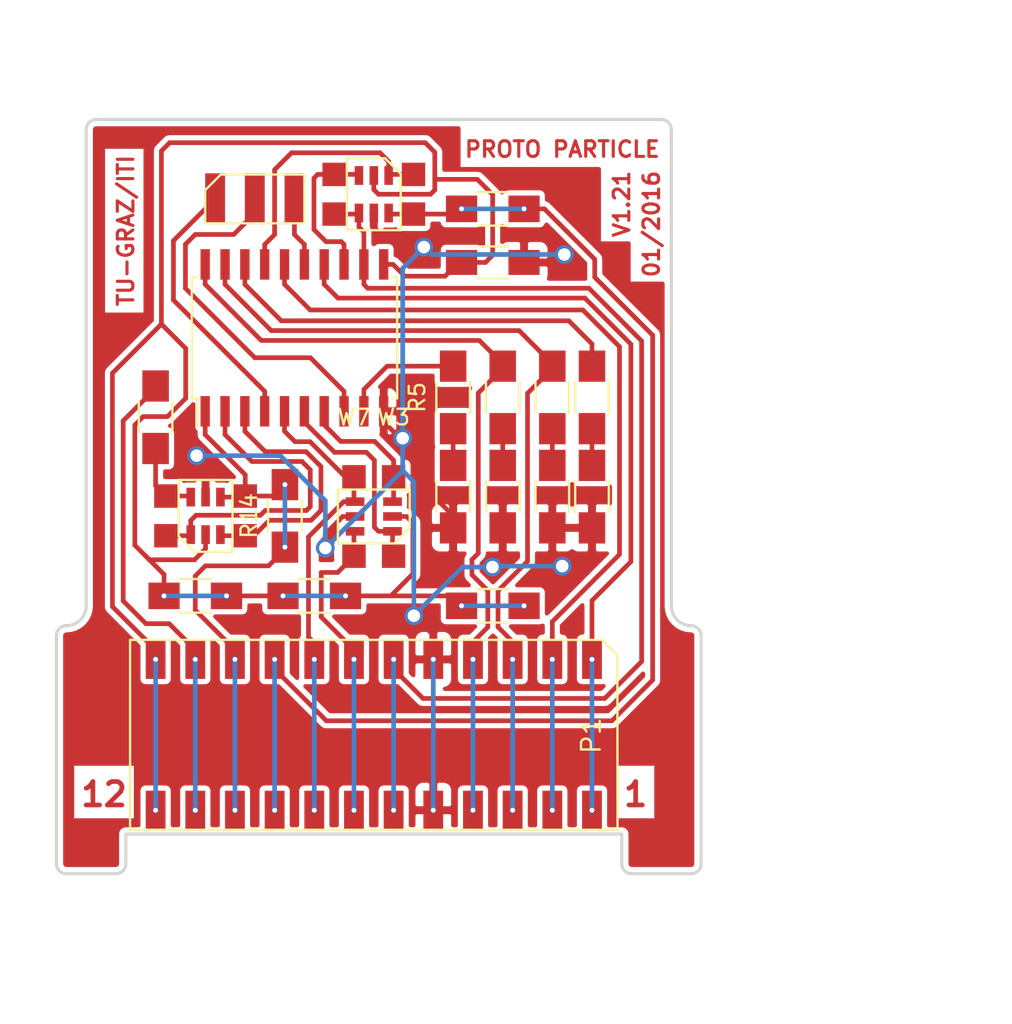
<source format=kicad_pcb>
(kicad_pcb (version 4) (host pcbnew 4.0.1-3.201512221401+6198~38~ubuntu15.10.1-stable)

  (general
    (links 79)
    (no_connects 0)
    (area 126.899999 83.719999 168.375001 132.180001)
    (thickness 1.6)
    (drawings 33)
    (tracks 356)
    (zones 0)
    (modules 33)
    (nets 29)
  )

  (page A4)
  (title_block
    (title "Programmable Matter Particle")
    (date 2016-01-28)
    (rev 0.1)
    (company "Graz University of Technology")
    (comment 1 "Institute of Technical Informatics")
  )

  (layers
    (0 F.Cu signal)
    (31 B.Cu signal)
    (32 B.Adhes user)
    (33 F.Adhes user)
    (34 B.Paste user)
    (35 F.Paste user)
    (36 B.SilkS user)
    (37 F.SilkS user)
    (38 B.Mask user)
    (39 F.Mask user)
    (40 Dwgs.User user)
    (41 Cmts.User user)
    (42 Eco1.User user)
    (43 Eco2.User user)
    (44 Edge.Cuts user)
    (45 Margin user)
    (46 B.CrtYd user)
    (47 F.CrtYd user)
    (48 B.Fab user)
    (49 F.Fab user)
  )

  (setup
    (last_trace_width 0.3)
    (trace_clearance 0.33)
    (zone_clearance 0.33)
    (zone_45_only no)
    (trace_min 0.2)
    (segment_width 0.2)
    (edge_width 0.2)
    (via_size 1.2)
    (via_drill 0.8)
    (via_min_size 0.4)
    (via_min_drill 0.3)
    (uvia_size 0.3)
    (uvia_drill 0.1)
    (uvias_allowed no)
    (uvia_min_size 0.2)
    (uvia_min_drill 0.1)
    (pcb_text_width 0.3)
    (pcb_text_size 1.5 1.5)
    (mod_edge_width 0.15)
    (mod_text_size 1 1)
    (mod_text_width 0.15)
    (pad_size 1.524 1.524)
    (pad_drill 0.762)
    (pad_to_mask_clearance 0.2)
    (aux_axis_origin 0 0)
    (visible_elements FFFFFF9F)
    (pcbplotparams
      (layerselection 0x00030_80000001)
      (usegerberextensions false)
      (excludeedgelayer true)
      (linewidth 0.100000)
      (plotframeref false)
      (viasonmask false)
      (mode 1)
      (useauxorigin false)
      (hpglpennumber 1)
      (hpglpenspeed 20)
      (hpglpendiameter 15)
      (hpglpenoverlay 2)
      (psnegative false)
      (psa4output false)
      (plotreference true)
      (plotvalue true)
      (plotinvisibletext false)
      (padsonsilk false)
      (subtractmaskfromsilk false)
      (outputformat 1)
      (mirror false)
      (drillshape 0)
      (scaleselection 1)
      (outputdirectory ""))
  )

  (net 0 "")
  (net 1 GND)
  (net 2 "Net-(D1-Pad2)")
  (net 3 "Net-(D2-Pad2)")
  (net 4 "Net-(D3-Pad2)")
  (net 5 "Net-(D4-Pad2)")
  (net 6 /TX-NORTH)
  (net 7 /TX-SOUTH)
  (net 8 /RX-SOUTH)
  (net 9 /PWR/TX-SOUTH)
  (net 10 /SW_PWR/RX-SOUTH)
  (net 11 /PWR/TX-CHAIN)
  (net 12 /SW_PWR/RX-CHAIN)
  (net 13 /RX-CHAIN)
  (net 14 /TP3)
  (net 15 /TP2)
  (net 16 /ERROR)
  (net 17 VCC)
  (net 18 /RX-NORTH)
  (net 19 /SW_PWR/RX-NORTH)
  (net 20 /TP1)
  (net 21 /PWR/TX-NORTH)
  (net 22 /STATUS1)
  (net 23 /SCK)
  (net 24 /RESET)
  (net 25 "Net-(Q-CHAIN1-Pad6)")
  (net 26 /TX-CHAIN)
  (net 27 /MISO/TXuart)
  (net 28 /MOSI/RXuart)

  (net_class Default "This is the default net class."
    (clearance 0.33)
    (trace_width 0.3)
    (via_dia 1.2)
    (via_drill 0.8)
    (uvia_dia 0.3)
    (uvia_drill 0.1)
    (add_net /ERROR)
    (add_net /MISO/TXuart)
    (add_net /MOSI/RXuart)
    (add_net /PWR/TX-CHAIN)
    (add_net /PWR/TX-NORTH)
    (add_net /PWR/TX-SOUTH)
    (add_net /RESET)
    (add_net /RX-CHAIN)
    (add_net /RX-NORTH)
    (add_net /RX-SOUTH)
    (add_net /SCK)
    (add_net /STATUS1)
    (add_net /SW_PWR/RX-CHAIN)
    (add_net /SW_PWR/RX-NORTH)
    (add_net /SW_PWR/RX-SOUTH)
    (add_net /TP1)
    (add_net /TP2)
    (add_net /TP3)
    (add_net /TX-CHAIN)
    (add_net /TX-NORTH)
    (add_net /TX-SOUTH)
    (add_net GND)
    (add_net "Net-(D1-Pad2)")
    (add_net "Net-(D2-Pad2)")
    (add_net "Net-(D3-Pad2)")
    (add_net "Net-(D4-Pad2)")
    (add_net "Net-(Q-CHAIN1-Pad6)")
    (add_net VCC)
  )

  (module CONN_SMT_FCI_01x12_RIGHT_ANGLED-71607-312LF:01x12-FCI-71607-312LF (layer F.Cu) (tedit 56A9CBB4) (tstamp 56A9CF96)
    (at 147.32 123.19 180)
    (path /56A8F3DC)
    (fp_text reference P1 (at -13.9192 -0.0508 270) (layer F.SilkS)
      (effects (font (size 1.2 1.2) (thickness 0.15)))
    )
    (fp_text value INTERFACE (at 0 0 180) (layer F.Fab)
      (effects (font (size 1.2 1.2) (thickness 0.15)))
    )
    (fp_line (start -15.5956 5.08) (end -14.5956 6.08) (layer F.SilkS) (width 0.15))
    (fp_line (start -15.605 -6.075) (end -15.5956 5.08) (layer F.SilkS) (width 0.15))
    (fp_line (start -14.5956 6.075) (end 15.605 6.075) (layer F.SilkS) (width 0.15))
    (fp_line (start 15.605 6.075) (end 15.605 -6.075) (layer F.SilkS) (width 0.15))
    (fp_line (start 15.605 -6.075) (end -15.605 -6.075) (layer F.SilkS) (width 0.15))
    (pad 1 smd rect (at -13.97 -4.825 180) (size 1.27 2.5) (layers F.Cu F.Paste F.Mask)
      (net 24 /RESET))
    (pad 1 smd rect (at -13.97 4.825 180) (size 1.27 2.5) (layers F.Cu F.Paste F.Mask)
      (net 24 /RESET))
    (pad 2 smd rect (at -11.43 -4.825 180) (size 1.27 2.5) (layers F.Cu F.Paste F.Mask)
      (net 23 /SCK))
    (pad 2 smd rect (at -11.43 4.825 180) (size 1.27 2.5) (layers F.Cu F.Paste F.Mask)
      (net 23 /SCK))
    (pad 3 smd rect (at -8.89 -4.825 180) (size 1.27 2.5) (layers F.Cu F.Paste F.Mask)
      (net 27 /MISO/TXuart))
    (pad 3 smd rect (at -8.89 4.825 180) (size 1.27 2.5) (layers F.Cu F.Paste F.Mask)
      (net 27 /MISO/TXuart))
    (pad 4 smd rect (at -6.35 -4.825 180) (size 1.27 2.5) (layers F.Cu F.Paste F.Mask)
      (net 28 /MOSI/RXuart))
    (pad 4 smd rect (at -6.35 4.825 180) (size 1.27 2.5) (layers F.Cu F.Paste F.Mask)
      (net 28 /MOSI/RXuart))
    (pad 5 smd rect (at -3.81 -4.825 180) (size 1.27 2.5) (layers F.Cu F.Paste F.Mask)
      (net 1 GND))
    (pad 5 smd rect (at -3.81 4.825 180) (size 1.27 2.5) (layers F.Cu F.Paste F.Mask)
      (net 1 GND))
    (pad 6 smd rect (at -1.27 -4.825 180) (size 1.27 2.5) (layers F.Cu F.Paste F.Mask)
      (net 18 /RX-NORTH))
    (pad 6 smd rect (at -1.27 4.825 180) (size 1.27 2.5) (layers F.Cu F.Paste F.Mask)
      (net 18 /RX-NORTH))
    (pad 7 smd rect (at 1.27 -4.825 180) (size 1.27 2.5) (layers F.Cu F.Paste F.Mask)
      (net 7 /TX-SOUTH))
    (pad 7 smd rect (at 1.27 4.825 180) (size 1.27 2.5) (layers F.Cu F.Paste F.Mask)
      (net 7 /TX-SOUTH))
    (pad 8 smd rect (at 3.81 -4.825 180) (size 1.27 2.5) (layers F.Cu F.Paste F.Mask)
      (net 8 /RX-SOUTH))
    (pad 8 smd rect (at 3.81 4.825 180) (size 1.27 2.5) (layers F.Cu F.Paste F.Mask)
      (net 8 /RX-SOUTH))
    (pad 9 smd rect (at 6.35 -4.825 180) (size 1.27 2.5) (layers F.Cu F.Paste F.Mask)
      (net 6 /TX-NORTH))
    (pad 9 smd rect (at 6.35 4.825 180) (size 1.27 2.5) (layers F.Cu F.Paste F.Mask)
      (net 6 /TX-NORTH))
    (pad 10 smd rect (at 8.89 -4.825 180) (size 1.27 2.5) (layers F.Cu F.Paste F.Mask)
      (net 13 /RX-CHAIN))
    (pad 10 smd rect (at 8.89 4.825 180) (size 1.27 2.5) (layers F.Cu F.Paste F.Mask)
      (net 13 /RX-CHAIN))
    (pad 11 smd rect (at 11.43 -4.825 180) (size 1.27 2.5) (layers F.Cu F.Paste F.Mask)
      (net 26 /TX-CHAIN))
    (pad 11 smd rect (at 11.43 4.825 180) (size 1.27 2.5) (layers F.Cu F.Paste F.Mask)
      (net 26 /TX-CHAIN))
    (pad 12 smd rect (at 13.97 -4.825 180) (size 1.27 2.5) (layers F.Cu F.Paste F.Mask)
      (net 17 VCC))
    (pad 12 smd rect (at 13.97 4.825 180) (size 1.27 2.5) (layers F.Cu F.Paste F.Mask)
      (net 17 VCC))
    (model ${KIPRJMOD}/3d/CONN_SMT_FCI_01x12_RIGHT_ANGLED-71607-312LF.wrl
      (at (xyz 0 0 0))
      (scale (xyz 0.3937 0.3937 0.3937))
      (rotate (xyz 0 0 0))
    )
  )

  (module Housings_SOIC:SOIC-20_7.5x12.8mm_Pitch1.27mm (layer F.Cu) (tedit 56B2600D) (tstamp 56A8E533)
    (at 142.24 97.79 90)
    (descr "20-Lead Plastic Small Outline (SO) - Wide, 7.50 mm Body [SOIC] (see Microchip Packaging Specification 00000049BS.pdf)")
    (tags "SOIC 1.27")
    (path /56A8C6DB)
    (attr smd)
    (fp_text reference IC1 (at 0 -7.5 90) (layer F.SilkS) hide
      (effects (font (size 1 1) (thickness 0.15)))
    )
    (fp_text value ATTINY1634-SU (at 0 7.5 90) (layer F.Fab)
      (effects (font (size 1 1) (thickness 0.15)))
    )
    (fp_line (start -5.95 -6.75) (end -5.95 6.75) (layer F.CrtYd) (width 0.05))
    (fp_line (start 5.95 -6.75) (end 5.95 6.75) (layer F.CrtYd) (width 0.05))
    (fp_line (start -5.95 -6.75) (end 5.95 -6.75) (layer F.CrtYd) (width 0.05))
    (fp_line (start -5.95 6.75) (end 5.95 6.75) (layer F.CrtYd) (width 0.05))
    (fp_line (start -3.875 -6.575) (end -3.875 -6.24) (layer F.SilkS) (width 0.15))
    (fp_line (start 3.875 -6.575) (end 3.875 -6.24) (layer F.SilkS) (width 0.15))
    (fp_line (start 3.875 6.575) (end 3.875 6.24) (layer F.SilkS) (width 0.15))
    (fp_line (start -3.875 6.575) (end -3.875 6.24) (layer F.SilkS) (width 0.15))
    (fp_line (start -3.875 -6.575) (end 3.875 -6.575) (layer F.SilkS) (width 0.15))
    (fp_line (start -3.875 6.575) (end 3.875 6.575) (layer F.SilkS) (width 0.15))
    (fp_line (start -3.875 -6.24) (end -5.675 -6.24) (layer F.SilkS) (width 0.15))
    (pad 1 smd rect (at -4.7 -5.715 90) (size 1.95 0.6) (layers F.Cu F.Paste F.Mask)
      (net 13 /RX-CHAIN))
    (pad 2 smd rect (at -4.7 -4.445 90) (size 1.95 0.6) (layers F.Cu F.Paste F.Mask)
      (net 11 /PWR/TX-CHAIN))
    (pad 3 smd rect (at -4.7 -3.175 90) (size 1.95 0.6) (layers F.Cu F.Paste F.Mask)
      (net 12 /SW_PWR/RX-CHAIN))
    (pad 4 smd rect (at -4.7 -1.905 90) (size 1.95 0.6) (layers F.Cu F.Paste F.Mask)
      (net 14 /TP3))
    (pad 5 smd rect (at -4.7 -0.635 90) (size 1.95 0.6) (layers F.Cu F.Paste F.Mask)
      (net 8 /RX-SOUTH))
    (pad 6 smd rect (at -4.7 0.635 90) (size 1.95 0.6) (layers F.Cu F.Paste F.Mask)
      (net 9 /PWR/TX-SOUTH))
    (pad 7 smd rect (at -4.7 1.905 90) (size 1.95 0.6) (layers F.Cu F.Paste F.Mask)
      (net 10 /SW_PWR/RX-SOUTH))
    (pad 8 smd rect (at -4.7 3.175 90) (size 1.95 0.6) (layers F.Cu F.Paste F.Mask)
      (net 15 /TP2))
    (pad 9 smd rect (at -4.7 4.445 90) (size 1.95 0.6) (layers F.Cu F.Paste F.Mask)
      (net 16 /ERROR))
    (pad 10 smd rect (at -4.7 5.715 90) (size 1.95 0.6) (layers F.Cu F.Paste F.Mask)
      (net 1 GND))
    (pad 11 smd rect (at 4.7 5.715 90) (size 1.95 0.6) (layers F.Cu F.Paste F.Mask)
      (net 17 VCC))
    (pad 12 smd rect (at 4.7 4.445 90) (size 1.95 0.6) (layers F.Cu F.Paste F.Mask)
      (net 18 /RX-NORTH))
    (pad 13 smd rect (at 4.7 3.175 90) (size 1.95 0.6) (layers F.Cu F.Paste F.Mask)
      (net 19 /SW_PWR/RX-NORTH))
    (pad 14 smd rect (at 4.7 1.905 90) (size 1.95 0.6) (layers F.Cu F.Paste F.Mask)
      (net 24 /RESET))
    (pad 15 smd rect (at 4.7 0.635 90) (size 1.95 0.6) (layers F.Cu F.Paste F.Mask)
      (net 20 /TP1))
    (pad 16 smd rect (at 4.7 -0.635 90) (size 1.95 0.6) (layers F.Cu F.Paste F.Mask)
      (net 23 /SCK))
    (pad 17 smd rect (at 4.7 -1.905 90) (size 1.95 0.6) (layers F.Cu F.Paste F.Mask)
      (net 21 /PWR/TX-NORTH))
    (pad 18 smd rect (at 4.7 -3.175 90) (size 1.95 0.6) (layers F.Cu F.Paste F.Mask)
      (net 22 /STATUS1))
    (pad 19 smd rect (at 4.7 -4.445 90) (size 1.95 0.6) (layers F.Cu F.Paste F.Mask)
      (net 27 /MISO/TXuart))
    (pad 20 smd rect (at 4.7 -5.715 90) (size 1.95 0.6) (layers F.Cu F.Paste F.Mask)
      (net 28 /MOSI/RXuart))
    (model Housings_SOIC.3dshapes/SOIC-20_7.5x12.8mm_Pitch1.27mm.wrl
      (at (xyz 0 0 0))
      (scale (xyz 1 1 1))
      (rotate (xyz 0 0 0))
    )
  )

  (module sot26:SOT-26 (layer F.Cu) (tedit 56B25DB5) (tstamp 56A8FE15)
    (at 147.32 88.6 180)
    (path /56A8C70E)
    (fp_text reference Q-NORTH1 (at -2.925 0 270) (layer F.SilkS) hide
      (effects (font (size 1.2 1.2) (thickness 0.15)))
    )
    (fp_text value DMC2700UDM-7 (at 0 0 180) (layer F.Fab)
      (effects (font (size 1.2 1.2) (thickness 0.15)))
    )
    (fp_line (start -1.725 1.3) (end -0.725 2.3) (layer F.SilkS) (width 0.15))
    (fp_line (start -1.725 -2.3) (end -1.725 1.3) (layer F.SilkS) (width 0.15))
    (fp_line (start -1.725 -2.3) (end 1.725 -2.3) (layer F.SilkS) (width 0.15))
    (fp_line (start 1.725 2.3) (end 1.725 -2.3) (layer F.SilkS) (width 0.15))
    (fp_line (start 1.725 2.3) (end -0.725 2.3) (layer F.SilkS) (width 0.15))
    (pad 6 smd rect (at -0.95 -1.2 180) (size 0.55 1.2) (layers F.Cu F.Paste F.Mask)
      (net 6 /TX-NORTH))
    (pad 1 smd rect (at -0.95 1.2 180) (size 0.55 1.2) (layers F.Cu F.Paste F.Mask)
      (net 21 /PWR/TX-NORTH))
    (pad 5 smd rect (at 0 -1.2 180) (size 0.55 1.2) (layers F.Cu F.Paste F.Mask)
      (net 1 GND))
    (pad 2 smd rect (at 0 1.2 180) (size 0.55 1.2) (layers F.Cu F.Paste F.Mask)
      (net 17 VCC))
    (pad 4 smd rect (at 0.95 -1.2 180) (size 0.55 1.2) (layers F.Cu F.Paste F.Mask)
      (net 18 /RX-NORTH))
    (pad 3 smd rect (at 0.95 1.2 180) (size 0.55 1.2) (layers F.Cu F.Paste F.Mask)
      (net 19 /SW_PWR/RX-NORTH))
    (model ${KIPRJMOD}/3d/SOT_26.wrl
      (at (xyz 0 0 0))
      (scale (xyz 0.3937 0.3937 0.3937))
      (rotate (xyz 0 0 0))
    )
  )

  (module Resistors_SMD:R_1206_HandSoldering (layer F.Cu) (tedit 56B2601E) (tstamp 56A8E4FD)
    (at 155.575 107.95 90)
    (descr "Resistor SMD 1206, hand soldering")
    (tags "resistor 1206")
    (path /56A8C6E5)
    (attr smd)
    (fp_text reference D1 (at 0 -2.3 90) (layer F.SilkS) hide
      (effects (font (size 1 1) (thickness 0.15)))
    )
    (fp_text value HEARTBEAT (at 0 2.3 90) (layer F.Fab)
      (effects (font (size 1 1) (thickness 0.15)))
    )
    (fp_line (start -3.3 -1.2) (end 3.3 -1.2) (layer F.CrtYd) (width 0.05))
    (fp_line (start -3.3 1.2) (end 3.3 1.2) (layer F.CrtYd) (width 0.05))
    (fp_line (start -3.3 -1.2) (end -3.3 1.2) (layer F.CrtYd) (width 0.05))
    (fp_line (start 3.3 -1.2) (end 3.3 1.2) (layer F.CrtYd) (width 0.05))
    (fp_line (start 1 1.075) (end -1 1.075) (layer F.SilkS) (width 0.15))
    (fp_line (start -1 -1.075) (end 1 -1.075) (layer F.SilkS) (width 0.15))
    (pad 1 smd rect (at -2 0 90) (size 2 1.7) (layers F.Cu F.Paste F.Mask)
      (net 1 GND))
    (pad 2 smd rect (at 2 0 90) (size 2 1.7) (layers F.Cu F.Paste F.Mask)
      (net 2 "Net-(D1-Pad2)"))
    (model ${KIPRJMOD}/3d/LED_SMD_1206_GREEN.wrl
      (at (xyz 0 0 0))
      (scale (xyz 0.3937 0.3937 0.3937))
      (rotate (xyz 0 0 0))
    )
  )

  (module Resistors_SMD:R_1206_HandSoldering (layer F.Cu) (tedit 56B26020) (tstamp 56A8E503)
    (at 158.75 107.95 90)
    (descr "Resistor SMD 1206, hand soldering")
    (tags "resistor 1206")
    (path /56A8C6E7)
    (attr smd)
    (fp_text reference D2 (at 0 -2.3 90) (layer F.SilkS) hide
      (effects (font (size 1 1) (thickness 0.15)))
    )
    (fp_text value STATUS0 (at 0 2.3 90) (layer F.Fab)
      (effects (font (size 1 1) (thickness 0.15)))
    )
    (fp_line (start -3.3 -1.2) (end 3.3 -1.2) (layer F.CrtYd) (width 0.05))
    (fp_line (start -3.3 1.2) (end 3.3 1.2) (layer F.CrtYd) (width 0.05))
    (fp_line (start -3.3 -1.2) (end -3.3 1.2) (layer F.CrtYd) (width 0.05))
    (fp_line (start 3.3 -1.2) (end 3.3 1.2) (layer F.CrtYd) (width 0.05))
    (fp_line (start 1 1.075) (end -1 1.075) (layer F.SilkS) (width 0.15))
    (fp_line (start -1 -1.075) (end 1 -1.075) (layer F.SilkS) (width 0.15))
    (pad 1 smd rect (at -2 0 90) (size 2 1.7) (layers F.Cu F.Paste F.Mask)
      (net 1 GND))
    (pad 2 smd rect (at 2 0 90) (size 2 1.7) (layers F.Cu F.Paste F.Mask)
      (net 3 "Net-(D2-Pad2)"))
    (model ${KIPRJMOD}/3d/LED_SMD_1206_ORANGE.wrl
      (at (xyz 0 0 0))
      (scale (xyz 0.3937 0.3937 0.3937))
      (rotate (xyz 0 0 0))
    )
  )

  (module Resistors_SMD:R_1206_HandSoldering (layer F.Cu) (tedit 56B26022) (tstamp 56A8E509)
    (at 161.29 107.95 90)
    (descr "Resistor SMD 1206, hand soldering")
    (tags "resistor 1206")
    (path /56A8C6F9)
    (attr smd)
    (fp_text reference D3 (at 0 -2.3 90) (layer F.SilkS) hide
      (effects (font (size 1 1) (thickness 0.15)))
    )
    (fp_text value STATUS1 (at 0 2.3 90) (layer F.Fab)
      (effects (font (size 1 1) (thickness 0.15)))
    )
    (fp_line (start -3.3 -1.2) (end 3.3 -1.2) (layer F.CrtYd) (width 0.05))
    (fp_line (start -3.3 1.2) (end 3.3 1.2) (layer F.CrtYd) (width 0.05))
    (fp_line (start -3.3 -1.2) (end -3.3 1.2) (layer F.CrtYd) (width 0.05))
    (fp_line (start 3.3 -1.2) (end 3.3 1.2) (layer F.CrtYd) (width 0.05))
    (fp_line (start 1 1.075) (end -1 1.075) (layer F.SilkS) (width 0.15))
    (fp_line (start -1 -1.075) (end 1 -1.075) (layer F.SilkS) (width 0.15))
    (pad 1 smd rect (at -2 0 90) (size 2 1.7) (layers F.Cu F.Paste F.Mask)
      (net 1 GND))
    (pad 2 smd rect (at 2 0 90) (size 2 1.7) (layers F.Cu F.Paste F.Mask)
      (net 4 "Net-(D3-Pad2)"))
    (model ${KIPRJMOD}/3d/LED_SMD_1206_ORANGE.wrl
      (at (xyz 0 0 0))
      (scale (xyz 0.3937 0.3937 0.3937))
      (rotate (xyz 0 0 0))
    )
  )

  (module Resistors_SMD:R_1206_HandSoldering (layer F.Cu) (tedit 56B26032) (tstamp 56A8E50F)
    (at 152.4 107.95 90)
    (descr "Resistor SMD 1206, hand soldering")
    (tags "resistor 1206")
    (path /56A8C6E9)
    (attr smd)
    (fp_text reference D4 (at 0 -2.3 90) (layer F.SilkS) hide
      (effects (font (size 1 1) (thickness 0.15)))
    )
    (fp_text value ERROR (at 0 2.3 90) (layer F.Fab)
      (effects (font (size 1 1) (thickness 0.15)))
    )
    (fp_line (start -3.3 -1.2) (end 3.3 -1.2) (layer F.CrtYd) (width 0.05))
    (fp_line (start -3.3 1.2) (end 3.3 1.2) (layer F.CrtYd) (width 0.05))
    (fp_line (start -3.3 -1.2) (end -3.3 1.2) (layer F.CrtYd) (width 0.05))
    (fp_line (start 3.3 -1.2) (end 3.3 1.2) (layer F.CrtYd) (width 0.05))
    (fp_line (start 1 1.075) (end -1 1.075) (layer F.SilkS) (width 0.15))
    (fp_line (start -1 -1.075) (end 1 -1.075) (layer F.SilkS) (width 0.15))
    (pad 1 smd rect (at -2 0 90) (size 2 1.7) (layers F.Cu F.Paste F.Mask)
      (net 1 GND))
    (pad 2 smd rect (at 2 0 90) (size 2 1.7) (layers F.Cu F.Paste F.Mask)
      (net 5 "Net-(D4-Pad2)"))
    (model ${KIPRJMOD}/3d/LED_SMD_1206_RED.wrl
      (at (xyz 0 0 0))
      (scale (xyz 0.3937 0.3937 0.3937))
      (rotate (xyz 0 0 0))
    )
  )

  (module Resistors_SMD:R_1206_HandSoldering (layer F.Cu) (tedit 56B2602E) (tstamp 56A8E58D)
    (at 155.575 101.6 90)
    (descr "Resistor SMD 1206, hand soldering")
    (tags "resistor 1206")
    (path /56A8C6E6)
    (attr smd)
    (fp_text reference R2 (at 0 -2.3 90) (layer F.SilkS) hide
      (effects (font (size 1 1) (thickness 0.15)))
    )
    (fp_text value 1k2 (at 0 2.3 90) (layer F.Fab)
      (effects (font (size 1 1) (thickness 0.15)))
    )
    (fp_line (start -3.3 -1.2) (end 3.3 -1.2) (layer F.CrtYd) (width 0.05))
    (fp_line (start -3.3 1.2) (end 3.3 1.2) (layer F.CrtYd) (width 0.05))
    (fp_line (start -3.3 -1.2) (end -3.3 1.2) (layer F.CrtYd) (width 0.05))
    (fp_line (start 3.3 -1.2) (end 3.3 1.2) (layer F.CrtYd) (width 0.05))
    (fp_line (start 1 1.075) (end -1 1.075) (layer F.SilkS) (width 0.15))
    (fp_line (start -1 -1.075) (end 1 -1.075) (layer F.SilkS) (width 0.15))
    (pad 1 smd rect (at -2 0 90) (size 2 1.7) (layers F.Cu F.Paste F.Mask)
      (net 2 "Net-(D1-Pad2)"))
    (pad 2 smd rect (at 2 0 90) (size 2 1.7) (layers F.Cu F.Paste F.Mask)
      (net 28 /MOSI/RXuart))
    (model Resistors_SMD.3dshapes/R_1206_HandSoldering.wrl
      (at (xyz 0 0 0))
      (scale (xyz 1 1 1))
      (rotate (xyz 0 0 0))
    )
  )

  (module Resistors_SMD:R_1206_HandSoldering (layer F.Cu) (tedit 56B2602B) (tstamp 56A8E593)
    (at 158.75 101.6 90)
    (descr "Resistor SMD 1206, hand soldering")
    (tags "resistor 1206")
    (path /56A8C6E8)
    (attr smd)
    (fp_text reference R3 (at 0 -2.3 90) (layer F.SilkS) hide
      (effects (font (size 1 1) (thickness 0.15)))
    )
    (fp_text value 1k2 (at 0 2.3 90) (layer F.Fab)
      (effects (font (size 1 1) (thickness 0.15)))
    )
    (fp_line (start -3.3 -1.2) (end 3.3 -1.2) (layer F.CrtYd) (width 0.05))
    (fp_line (start -3.3 1.2) (end 3.3 1.2) (layer F.CrtYd) (width 0.05))
    (fp_line (start -3.3 -1.2) (end -3.3 1.2) (layer F.CrtYd) (width 0.05))
    (fp_line (start 3.3 -1.2) (end 3.3 1.2) (layer F.CrtYd) (width 0.05))
    (fp_line (start 1 1.075) (end -1 1.075) (layer F.SilkS) (width 0.15))
    (fp_line (start -1 -1.075) (end 1 -1.075) (layer F.SilkS) (width 0.15))
    (pad 1 smd rect (at -2 0 90) (size 2 1.7) (layers F.Cu F.Paste F.Mask)
      (net 3 "Net-(D2-Pad2)"))
    (pad 2 smd rect (at 2 0 90) (size 2 1.7) (layers F.Cu F.Paste F.Mask)
      (net 27 /MISO/TXuart))
    (model Resistors_SMD.3dshapes/R_1206_HandSoldering.wrl
      (at (xyz 0 0 0))
      (scale (xyz 1 1 1))
      (rotate (xyz 0 0 0))
    )
  )

  (module Resistors_SMD:R_1206_HandSoldering (layer F.Cu) (tedit 56B26026) (tstamp 56A8E599)
    (at 161.29 101.6 90)
    (descr "Resistor SMD 1206, hand soldering")
    (tags "resistor 1206")
    (path /56A8C6FA)
    (attr smd)
    (fp_text reference R4 (at 0 -2.3 90) (layer F.SilkS) hide
      (effects (font (size 1 1) (thickness 0.15)))
    )
    (fp_text value 1k2 (at 0 2.3 90) (layer F.Fab)
      (effects (font (size 1 1) (thickness 0.15)))
    )
    (fp_line (start -3.3 -1.2) (end 3.3 -1.2) (layer F.CrtYd) (width 0.05))
    (fp_line (start -3.3 1.2) (end 3.3 1.2) (layer F.CrtYd) (width 0.05))
    (fp_line (start -3.3 -1.2) (end -3.3 1.2) (layer F.CrtYd) (width 0.05))
    (fp_line (start 3.3 -1.2) (end 3.3 1.2) (layer F.CrtYd) (width 0.05))
    (fp_line (start 1 1.075) (end -1 1.075) (layer F.SilkS) (width 0.15))
    (fp_line (start -1 -1.075) (end 1 -1.075) (layer F.SilkS) (width 0.15))
    (pad 1 smd rect (at -2 0 90) (size 2 1.7) (layers F.Cu F.Paste F.Mask)
      (net 4 "Net-(D3-Pad2)"))
    (pad 2 smd rect (at 2 0 90) (size 2 1.7) (layers F.Cu F.Paste F.Mask)
      (net 22 /STATUS1))
    (model Resistors_SMD.3dshapes/R_1206_HandSoldering.wrl
      (at (xyz 0 0 0))
      (scale (xyz 1 1 1))
      (rotate (xyz 0 0 0))
    )
  )

  (module Resistors_SMD:R_1206_HandSoldering (layer F.Cu) (tedit 5418A20D) (tstamp 56A8E59F)
    (at 152.4 101.6 90)
    (descr "Resistor SMD 1206, hand soldering")
    (tags "resistor 1206")
    (path /56A8C6EA)
    (attr smd)
    (fp_text reference R5 (at 0 -2.3 90) (layer F.SilkS)
      (effects (font (size 1 1) (thickness 0.15)))
    )
    (fp_text value 1k2 (at 0 2.3 90) (layer F.Fab)
      (effects (font (size 1 1) (thickness 0.15)))
    )
    (fp_line (start -3.3 -1.2) (end 3.3 -1.2) (layer F.CrtYd) (width 0.05))
    (fp_line (start -3.3 1.2) (end 3.3 1.2) (layer F.CrtYd) (width 0.05))
    (fp_line (start -3.3 -1.2) (end -3.3 1.2) (layer F.CrtYd) (width 0.05))
    (fp_line (start 3.3 -1.2) (end 3.3 1.2) (layer F.CrtYd) (width 0.05))
    (fp_line (start 1 1.075) (end -1 1.075) (layer F.SilkS) (width 0.15))
    (fp_line (start -1 -1.075) (end 1 -1.075) (layer F.SilkS) (width 0.15))
    (pad 1 smd rect (at -2 0 90) (size 2 1.7) (layers F.Cu F.Paste F.Mask)
      (net 5 "Net-(D4-Pad2)"))
    (pad 2 smd rect (at 2 0 90) (size 2 1.7) (layers F.Cu F.Paste F.Mask)
      (net 16 /ERROR))
    (model Resistors_SMD.3dshapes/R_1206_HandSoldering.wrl
      (at (xyz 0 0 0))
      (scale (xyz 1 1 1))
      (rotate (xyz 0 0 0))
    )
  )

  (module Resistors_SMD:R_1206_HandSoldering (layer F.Cu) (tedit 56B25E48) (tstamp 56A8E5B1)
    (at 154.94 89.535)
    (descr "Resistor SMD 1206, hand soldering")
    (tags "resistor 1206")
    (path /56A8C6EE)
    (attr smd)
    (fp_text reference R8 (at 0 -2.3) (layer F.SilkS) hide
      (effects (font (size 1 1) (thickness 0.15)))
    )
    (fp_text value 0R (at 0 2.3) (layer F.Fab)
      (effects (font (size 1 1) (thickness 0.15)))
    )
    (fp_line (start -3.3 -1.2) (end 3.3 -1.2) (layer F.CrtYd) (width 0.05))
    (fp_line (start -3.3 1.2) (end 3.3 1.2) (layer F.CrtYd) (width 0.05))
    (fp_line (start -3.3 -1.2) (end -3.3 1.2) (layer F.CrtYd) (width 0.05))
    (fp_line (start 3.3 -1.2) (end 3.3 1.2) (layer F.CrtYd) (width 0.05))
    (fp_line (start 1 1.075) (end -1 1.075) (layer F.SilkS) (width 0.15))
    (fp_line (start -1 -1.075) (end 1 -1.075) (layer F.SilkS) (width 0.15))
    (pad 1 smd rect (at -2 0) (size 2 1.7) (layers F.Cu F.Paste F.Mask)
      (net 6 /TX-NORTH))
    (pad 2 smd rect (at 2 0) (size 2 1.7) (layers F.Cu F.Paste F.Mask)
      (net 6 /TX-NORTH))
    (model Resistors_SMD.3dshapes/R_1206_HandSoldering.wrl
      (at (xyz 0 0 0))
      (scale (xyz 1 1 1))
      (rotate (xyz 0 0 0))
    )
  )

  (module Resistors_SMD:R_1206_HandSoldering (layer F.Cu) (tedit 56B2601B) (tstamp 56A8E5B7)
    (at 154.94 114.935)
    (descr "Resistor SMD 1206, hand soldering")
    (tags "resistor 1206")
    (path /56A8C6ED)
    (attr smd)
    (fp_text reference R9 (at 0 -2.3) (layer F.SilkS) hide
      (effects (font (size 1 1) (thickness 0.15)))
    )
    (fp_text value 0R (at 0 2.3) (layer F.Fab)
      (effects (font (size 1 1) (thickness 0.15)))
    )
    (fp_line (start -3.3 -1.2) (end 3.3 -1.2) (layer F.CrtYd) (width 0.05))
    (fp_line (start -3.3 1.2) (end 3.3 1.2) (layer F.CrtYd) (width 0.05))
    (fp_line (start -3.3 -1.2) (end -3.3 1.2) (layer F.CrtYd) (width 0.05))
    (fp_line (start 3.3 -1.2) (end 3.3 1.2) (layer F.CrtYd) (width 0.05))
    (fp_line (start 1 1.075) (end -1 1.075) (layer F.SilkS) (width 0.15))
    (fp_line (start -1 -1.075) (end 1 -1.075) (layer F.SilkS) (width 0.15))
    (pad 1 smd rect (at -2 0) (size 2 1.7) (layers F.Cu F.Paste F.Mask)
      (net 17 VCC))
    (pad 2 smd rect (at 2 0) (size 2 1.7) (layers F.Cu F.Paste F.Mask)
      (net 17 VCC))
    (model Resistors_SMD.3dshapes/R_1206_HandSoldering.wrl
      (at (xyz 0 0 0))
      (scale (xyz 1 1 1))
      (rotate (xyz 0 0 0))
    )
  )

  (module Resistors_SMD:R_1206_HandSoldering (layer F.Cu) (tedit 56B26036) (tstamp 56A8E5BD)
    (at 143.51 114.3)
    (descr "Resistor SMD 1206, hand soldering")
    (tags "resistor 1206")
    (path /56A8C6F0)
    (attr smd)
    (fp_text reference R10 (at 0 -2.3) (layer F.SilkS) hide
      (effects (font (size 1 1) (thickness 0.15)))
    )
    (fp_text value 0R (at 0 2.3) (layer F.Fab)
      (effects (font (size 1 1) (thickness 0.15)))
    )
    (fp_line (start -3.3 -1.2) (end 3.3 -1.2) (layer F.CrtYd) (width 0.05))
    (fp_line (start -3.3 1.2) (end 3.3 1.2) (layer F.CrtYd) (width 0.05))
    (fp_line (start -3.3 -1.2) (end -3.3 1.2) (layer F.CrtYd) (width 0.05))
    (fp_line (start 3.3 -1.2) (end 3.3 1.2) (layer F.CrtYd) (width 0.05))
    (fp_line (start 1 1.075) (end -1 1.075) (layer F.SilkS) (width 0.15))
    (fp_line (start -1 -1.075) (end 1 -1.075) (layer F.SilkS) (width 0.15))
    (pad 1 smd rect (at -2 0) (size 2 1.7) (layers F.Cu F.Paste F.Mask)
      (net 17 VCC))
    (pad 2 smd rect (at 2 0) (size 2 1.7) (layers F.Cu F.Paste F.Mask)
      (net 17 VCC))
    (model Resistors_SMD.3dshapes/R_1206_HandSoldering.wrl
      (at (xyz 0 0 0))
      (scale (xyz 1 1 1))
      (rotate (xyz 0 0 0))
    )
  )

  (module Resistors_SMD:R_1206_HandSoldering (layer F.Cu) (tedit 56B26045) (tstamp 56A8E5C3)
    (at 135.89 114.3)
    (descr "Resistor SMD 1206, hand soldering")
    (tags "resistor 1206")
    (path /56A8C6F6)
    (attr smd)
    (fp_text reference R11 (at 0 -2.3) (layer F.SilkS) hide
      (effects (font (size 1 1) (thickness 0.15)))
    )
    (fp_text value 0R (at 0 2.3) (layer F.Fab)
      (effects (font (size 1 1) (thickness 0.15)))
    )
    (fp_line (start -3.3 -1.2) (end 3.3 -1.2) (layer F.CrtYd) (width 0.05))
    (fp_line (start -3.3 1.2) (end 3.3 1.2) (layer F.CrtYd) (width 0.05))
    (fp_line (start -3.3 -1.2) (end -3.3 1.2) (layer F.CrtYd) (width 0.05))
    (fp_line (start 3.3 -1.2) (end 3.3 1.2) (layer F.CrtYd) (width 0.05))
    (fp_line (start 1 1.075) (end -1 1.075) (layer F.SilkS) (width 0.15))
    (fp_line (start -1 -1.075) (end 1 -1.075) (layer F.SilkS) (width 0.15))
    (pad 1 smd rect (at -2 0) (size 2 1.7) (layers F.Cu F.Paste F.Mask)
      (net 17 VCC))
    (pad 2 smd rect (at 2 0) (size 2 1.7) (layers F.Cu F.Paste F.Mask)
      (net 17 VCC))
    (model Resistors_SMD.3dshapes/R_1206_HandSoldering.wrl
      (at (xyz 0 0 0))
      (scale (xyz 1 1 1))
      (rotate (xyz 0 0 0))
    )
  )

  (module Resistors_SMD:R_1206_HandSoldering (layer F.Cu) (tedit 56B26010) (tstamp 56A8E5C9)
    (at 133.35 102.87 270)
    (descr "Resistor SMD 1206, hand soldering")
    (tags "resistor 1206")
    (path /56A8C70F)
    (attr smd)
    (fp_text reference R12 (at 0 -2.3 270) (layer F.SilkS) hide
      (effects (font (size 1 1) (thickness 0.15)))
    )
    (fp_text value 1k2 (at 0 2.3 270) (layer F.Fab)
      (effects (font (size 1 1) (thickness 0.15)))
    )
    (fp_line (start -3.3 -1.2) (end 3.3 -1.2) (layer F.CrtYd) (width 0.05))
    (fp_line (start -3.3 1.2) (end 3.3 1.2) (layer F.CrtYd) (width 0.05))
    (fp_line (start -3.3 -1.2) (end -3.3 1.2) (layer F.CrtYd) (width 0.05))
    (fp_line (start 3.3 -1.2) (end 3.3 1.2) (layer F.CrtYd) (width 0.05))
    (fp_line (start 1 1.075) (end -1 1.075) (layer F.SilkS) (width 0.15))
    (fp_line (start -1 -1.075) (end 1 -1.075) (layer F.SilkS) (width 0.15))
    (pad 1 smd rect (at -2 0 270) (size 2 1.7) (layers F.Cu F.Paste F.Mask)
      (net 26 /TX-CHAIN))
    (pad 2 smd rect (at 2 0 270) (size 2 1.7) (layers F.Cu F.Paste F.Mask)
      (net 25 "Net-(Q-CHAIN1-Pad6)"))
    (model Resistors_SMD.3dshapes/R_1206_HandSoldering.wrl
      (at (xyz 0 0 0))
      (scale (xyz 1 1 1))
      (rotate (xyz 0 0 0))
    )
  )

  (module Measurement_Points:Measurement_Point_Square-SMD-Pad_Small (layer F.Cu) (tedit 56B25D91) (tstamp 56A8EEAF)
    (at 144.78 87.33)
    (descr "Mesurement Point, Square, SMD Pad,  1.5mm x 1.5mm,")
    (tags "Mesurement Point, Square, SMD Pad, 1.5mm x 1.5mm,")
    (path /56A94549)
    (fp_text reference W1 (at 0 -2.875) (layer F.SilkS) hide
      (effects (font (size 1 1) (thickness 0.15)))
    )
    (fp_text value TP1-N (at 2.54 3.81) (layer F.Fab)
      (effects (font (size 1 1) (thickness 0.15)))
    )
    (pad 1 smd rect (at 0 0) (size 1.50114 1.50114) (layers F.Cu F.Paste F.Mask)
      (net 19 /SW_PWR/RX-NORTH))
  )

  (module Measurement_Points:Measurement_Point_Square-SMD-Pad_Small (layer F.Cu) (tedit 56B25DA7) (tstamp 56A8EEB4)
    (at 149.86 87.33)
    (descr "Mesurement Point, Square, SMD Pad,  1.5mm x 1.5mm,")
    (tags "Mesurement Point, Square, SMD Pad, 1.5mm x 1.5mm,")
    (path /56A93461)
    (fp_text reference W2 (at 0 -2.875) (layer F.SilkS) hide
      (effects (font (size 1 1) (thickness 0.15)))
    )
    (fp_text value TP3-N (at 2.54 3.81) (layer F.Fab)
      (effects (font (size 1 1) (thickness 0.15)))
    )
    (pad 1 smd rect (at 0 0) (size 1.50114 1.50114) (layers F.Cu F.Paste F.Mask)
      (net 21 /PWR/TX-NORTH))
  )

  (module Measurement_Points:Measurement_Point_Square-SMD-Pad_Small (layer F.Cu) (tedit 0) (tstamp 56A8EEB9)
    (at 148.59 106.68)
    (descr "Mesurement Point, Square, SMD Pad,  1.5mm x 1.5mm,")
    (tags "Mesurement Point, Square, SMD Pad, 1.5mm x 1.5mm,")
    (path /56A93D71)
    (fp_text reference W3 (at 0 -3.81) (layer F.SilkS)
      (effects (font (size 1 1) (thickness 0.15)))
    )
    (fp_text value TP1-S (at 2.54 3.81) (layer F.Fab)
      (effects (font (size 1 1) (thickness 0.15)))
    )
    (pad 1 smd rect (at 0 0) (size 1.50114 1.50114) (layers F.Cu F.Paste F.Mask)
      (net 10 /SW_PWR/RX-SOUTH))
  )

  (module Measurement_Points:Measurement_Point_Square-SMD-Pad_Small (layer F.Cu) (tedit 56B26054) (tstamp 56A8EEBE)
    (at 148.59 111.76)
    (descr "Mesurement Point, Square, SMD Pad,  1.5mm x 1.5mm,")
    (tags "Mesurement Point, Square, SMD Pad, 1.5mm x 1.5mm,")
    (path /56A93E8E)
    (fp_text reference W4 (at 0 -3.81) (layer F.SilkS) hide
      (effects (font (size 1 1) (thickness 0.15)))
    )
    (fp_text value TP3-S (at 2.54 3.81) (layer F.Fab)
      (effects (font (size 1 1) (thickness 0.15)))
    )
    (pad 1 smd rect (at 0 0) (size 1.50114 1.50114) (layers F.Cu F.Paste F.Mask)
      (net 9 /PWR/TX-SOUTH))
  )

  (module Measurement_Points:Measurement_Point_Square-SMD-Pad_Small (layer F.Cu) (tedit 56B2605B) (tstamp 56A8EEC3)
    (at 144.78 89.87)
    (descr "Mesurement Point, Square, SMD Pad,  1.5mm x 1.5mm,")
    (tags "Mesurement Point, Square, SMD Pad, 1.5mm x 1.5mm,")
    (path /56A937C8)
    (fp_text reference W5 (at 0 -3.81) (layer F.SilkS) hide
      (effects (font (size 1 1) (thickness 0.15)))
    )
    (fp_text value TP2-N (at 2.54 3.81) (layer F.Fab)
      (effects (font (size 1 1) (thickness 0.15)))
    )
    (pad 1 smd rect (at 0 0) (size 1.50114 1.50114) (layers F.Cu F.Paste F.Mask)
      (net 18 /RX-NORTH))
  )

  (module Measurement_Points:Measurement_Point_Square-SMD-Pad_Small (layer F.Cu) (tedit 56B26058) (tstamp 56A8EEC8)
    (at 149.86 89.87)
    (descr "Mesurement Point, Square, SMD Pad,  1.5mm x 1.5mm,")
    (tags "Mesurement Point, Square, SMD Pad, 1.5mm x 1.5mm,")
    (path /56A94472)
    (fp_text reference W6 (at 0 -3.81) (layer F.SilkS) hide
      (effects (font (size 1 1) (thickness 0.15)))
    )
    (fp_text value TP4-N (at 2.54 3.81) (layer F.Fab)
      (effects (font (size 1 1) (thickness 0.15)))
    )
    (pad 1 smd rect (at 0 0) (size 1.50114 1.50114) (layers F.Cu F.Paste F.Mask)
      (net 6 /TX-NORTH))
  )

  (module Measurement_Points:Measurement_Point_Square-SMD-Pad_Small (layer F.Cu) (tedit 0) (tstamp 56A8EECD)
    (at 146.05 106.68)
    (descr "Mesurement Point, Square, SMD Pad,  1.5mm x 1.5mm,")
    (tags "Mesurement Point, Square, SMD Pad, 1.5mm x 1.5mm,")
    (path /56A95683)
    (fp_text reference W7 (at 0 -3.81) (layer F.SilkS)
      (effects (font (size 1 1) (thickness 0.15)))
    )
    (fp_text value TP2-S (at 2.54 3.81) (layer F.Fab)
      (effects (font (size 1 1) (thickness 0.15)))
    )
    (pad 1 smd rect (at 0 0) (size 1.50114 1.50114) (layers F.Cu F.Paste F.Mask)
      (net 8 /RX-SOUTH))
  )

  (module Measurement_Points:Measurement_Point_Square-SMD-Pad_Small (layer F.Cu) (tedit 56B26052) (tstamp 56A8EED2)
    (at 146.05 111.76)
    (descr "Mesurement Point, Square, SMD Pad,  1.5mm x 1.5mm,")
    (tags "Mesurement Point, Square, SMD Pad, 1.5mm x 1.5mm,")
    (path /56A94EDF)
    (fp_text reference W8 (at 0 -3.81) (layer F.SilkS) hide
      (effects (font (size 1 1) (thickness 0.15)))
    )
    (fp_text value TP4-S (at 2.54 3.81) (layer F.Fab)
      (effects (font (size 1 1) (thickness 0.15)))
    )
    (pad 1 smd rect (at 0 0) (size 1.50114 1.50114) (layers F.Cu F.Paste F.Mask)
      (net 7 /TX-SOUTH))
  )

  (module Measurement_Points:Measurement_Point_Square-SMD-Pad_Small (layer F.Cu) (tedit 56B2603F) (tstamp 56A8EED7)
    (at 139.089429 107.910571 270)
    (descr "Mesurement Point, Square, SMD Pad,  1.5mm x 1.5mm,")
    (tags "Mesurement Point, Square, SMD Pad, 1.5mm x 1.5mm,")
    (path /56A95C63)
    (fp_text reference W9 (at 0 -3.81 270) (layer F.SilkS) hide
      (effects (font (size 1 1) (thickness 0.15)))
    )
    (fp_text value TP1-C (at 2.54 3.81 270) (layer F.Fab)
      (effects (font (size 1 1) (thickness 0.15)))
    )
    (pad 1 smd rect (at 0 0 270) (size 1.50114 1.50114) (layers F.Cu F.Paste F.Mask)
      (net 13 /RX-CHAIN))
  )

  (module Measurement_Points:Measurement_Point_Square-SMD-Pad_Small (layer F.Cu) (tedit 56B2604A) (tstamp 56A8EEDC)
    (at 134.009429 107.910571 270)
    (descr "Mesurement Point, Square, SMD Pad,  1.5mm x 1.5mm,")
    (tags "Mesurement Point, Square, SMD Pad, 1.5mm x 1.5mm,")
    (path /56A95B30)
    (fp_text reference W10 (at 0 -3.81 270) (layer F.SilkS) hide
      (effects (font (size 1 1) (thickness 0.15)))
    )
    (fp_text value TP3-C (at 2.54 3.81 270) (layer F.Fab)
      (effects (font (size 1 1) (thickness 0.15)))
    )
    (pad 1 smd rect (at 0 0 270) (size 1.50114 1.50114) (layers F.Cu F.Paste F.Mask)
      (net 25 "Net-(Q-CHAIN1-Pad6)"))
  )

  (module Measurement_Points:Measurement_Point_Square-SMD-Pad_Small (layer F.Cu) (tedit 56B26039) (tstamp 56A8EEE1)
    (at 139.089429 110.450571 270)
    (descr "Mesurement Point, Square, SMD Pad,  1.5mm x 1.5mm,")
    (tags "Mesurement Point, Square, SMD Pad, 1.5mm x 1.5mm,")
    (path /56A940CA)
    (fp_text reference W11 (at 0 -3.81 270) (layer F.SilkS) hide
      (effects (font (size 1 1) (thickness 0.15)))
    )
    (fp_text value TP2-C (at 2.54 3.81 270) (layer F.Fab)
      (effects (font (size 1 1) (thickness 0.15)))
    )
    (pad 1 smd rect (at 0 0 270) (size 1.50114 1.50114) (layers F.Cu F.Paste F.Mask)
      (net 12 /SW_PWR/RX-CHAIN))
  )

  (module Measurement_Points:Measurement_Point_Square-SMD-Pad_Small (layer F.Cu) (tedit 56B26043) (tstamp 56A8EEE6)
    (at 134.009429 110.450571 270)
    (descr "Mesurement Point, Square, SMD Pad,  1.5mm x 1.5mm,")
    (tags "Mesurement Point, Square, SMD Pad, 1.5mm x 1.5mm,")
    (path /56A94153)
    (fp_text reference W12 (at 0 -3.81 270) (layer F.SilkS) hide
      (effects (font (size 1 1) (thickness 0.15)))
    )
    (fp_text value TP4-C (at 2.54 3.81 270) (layer F.Fab)
      (effects (font (size 1 1) (thickness 0.15)))
    )
    (pad 1 smd rect (at 0 0 270) (size 1.50114 1.50114) (layers F.Cu F.Paste F.Mask)
      (net 11 /PWR/TX-CHAIN))
  )

  (module sot26:SOT-26 (layer F.Cu) (tedit 56B26048) (tstamp 56A8FE07)
    (at 136.549429 109.180571)
    (path /56A8C6DF)
    (fp_text reference Q-CHAIN1 (at -2.925 0 90) (layer F.SilkS) hide
      (effects (font (size 1.2 1.2) (thickness 0.15)))
    )
    (fp_text value DMC2700UDM-7 (at 0 0) (layer F.Fab)
      (effects (font (size 1.2 1.2) (thickness 0.15)))
    )
    (fp_line (start -1.725 1.3) (end -0.725 2.3) (layer F.SilkS) (width 0.15))
    (fp_line (start -1.725 -2.3) (end -1.725 1.3) (layer F.SilkS) (width 0.15))
    (fp_line (start -1.725 -2.3) (end 1.725 -2.3) (layer F.SilkS) (width 0.15))
    (fp_line (start 1.725 2.3) (end 1.725 -2.3) (layer F.SilkS) (width 0.15))
    (fp_line (start 1.725 2.3) (end -0.725 2.3) (layer F.SilkS) (width 0.15))
    (pad 6 smd rect (at -0.95 -1.2) (size 0.55 1.2) (layers F.Cu F.Paste F.Mask)
      (net 25 "Net-(Q-CHAIN1-Pad6)"))
    (pad 1 smd rect (at -0.95 1.2) (size 0.55 1.2) (layers F.Cu F.Paste F.Mask)
      (net 11 /PWR/TX-CHAIN))
    (pad 5 smd rect (at 0 -1.2) (size 0.55 1.2) (layers F.Cu F.Paste F.Mask)
      (net 1 GND))
    (pad 2 smd rect (at 0 1.2) (size 0.55 1.2) (layers F.Cu F.Paste F.Mask)
      (net 17 VCC))
    (pad 4 smd rect (at 0.95 -1.2) (size 0.55 1.2) (layers F.Cu F.Paste F.Mask)
      (net 13 /RX-CHAIN))
    (pad 3 smd rect (at 0.95 1.2) (size 0.55 1.2) (layers F.Cu F.Paste F.Mask)
      (net 12 /SW_PWR/RX-CHAIN))
    (model ${KIPRJMOD}/3d/SOT_26.wrl
      (at (xyz 0 0 0))
      (scale (xyz 0.3937 0.3937 0.3937))
      (rotate (xyz 0 0 0))
    )
  )

  (module sot26:SOT-26 (layer F.Cu) (tedit 56B26018) (tstamp 56A8FE23)
    (at 147.32 109.22 90)
    (path /56A8C6DE)
    (fp_text reference Q-SOUTH1 (at -2.925 0 180) (layer F.SilkS) hide
      (effects (font (size 1.2 1.2) (thickness 0.15)))
    )
    (fp_text value DMC2700UDM-7 (at 0 0 90) (layer F.Fab)
      (effects (font (size 1.2 1.2) (thickness 0.15)))
    )
    (fp_line (start -1.725 1.3) (end -0.725 2.3) (layer F.SilkS) (width 0.15))
    (fp_line (start -1.725 -2.3) (end -1.725 1.3) (layer F.SilkS) (width 0.15))
    (fp_line (start -1.725 -2.3) (end 1.725 -2.3) (layer F.SilkS) (width 0.15))
    (fp_line (start 1.725 2.3) (end 1.725 -2.3) (layer F.SilkS) (width 0.15))
    (fp_line (start 1.725 2.3) (end -0.725 2.3) (layer F.SilkS) (width 0.15))
    (pad 6 smd rect (at -0.95 -1.2 90) (size 0.55 1.2) (layers F.Cu F.Paste F.Mask)
      (net 7 /TX-SOUTH))
    (pad 1 smd rect (at -0.95 1.2 90) (size 0.55 1.2) (layers F.Cu F.Paste F.Mask)
      (net 9 /PWR/TX-SOUTH))
    (pad 5 smd rect (at 0 -1.2 90) (size 0.55 1.2) (layers F.Cu F.Paste F.Mask)
      (net 1 GND))
    (pad 2 smd rect (at 0 1.2 90) (size 0.55 1.2) (layers F.Cu F.Paste F.Mask)
      (net 17 VCC))
    (pad 4 smd rect (at 0.95 -1.2 90) (size 0.55 1.2) (layers F.Cu F.Paste F.Mask)
      (net 8 /RX-SOUTH))
    (pad 3 smd rect (at 0.95 1.2 90) (size 0.55 1.2) (layers F.Cu F.Paste F.Mask)
      (net 10 /SW_PWR/RX-SOUTH))
    (model ${KIPRJMOD}/3d/SOT_26.wrl
      (at (xyz 0 0 0))
      (scale (xyz 0.3937 0.3937 0.3937))
      (rotate (xyz 0 0 0))
    )
  )

  (module SMT_PIN_HEADER:CONN-1x3 (layer F.Cu) (tedit 56B26007) (tstamp 56A901B6)
    (at 139.7 88.9)
    (path /56A8C711)
    (fp_text reference P2 (at -4.375 0 90) (layer F.SilkS) hide
      (effects (font (size 1.2 1.2) (thickness 0.15)))
    )
    (fp_text value MCU_TEST (at 0 0) (layer F.Fab)
      (effects (font (size 1.2 1.2) (thickness 0.15)))
    )
    (fp_line (start -2.175 -1.56) (end -3.175 -0.56) (layer F.SilkS) (width 0.15))
    (fp_line (start -3.175 1.56) (end -3.175 -0.56) (layer F.SilkS) (width 0.15))
    (fp_line (start -3.175 1.56) (end 3.175 1.56) (layer F.SilkS) (width 0.15))
    (fp_line (start 3.175 1.56) (end 3.175 -1.56) (layer F.SilkS) (width 0.15))
    (fp_line (start 3.175 -1.56) (end -2.175 -1.56) (layer F.SilkS) (width 0.15))
    (pad 1 smd rect (at -2.54 -0.04) (size 1.27 3.2) (layers F.Cu F.Paste F.Mask)
      (net 14 /TP3))
    (pad 2 smd rect (at 0 -0.04) (size 1.27 3.2) (layers F.Cu F.Paste F.Mask)
      (net 15 /TP2))
    (pad 3 smd rect (at 2.54 -0.04) (size 1.27 3.2) (layers F.Cu F.Paste F.Mask)
      (net 20 /TP1))
    (model ${KIPRJMOD}/3d/CONN_HEAD_254_1x3.wrl
      (at (xyz 0 -0.1 0))
      (scale (xyz 0.3937 0.3937 0.3937))
      (rotate (xyz 0 0 180))
    )
  )

  (module Resistors_SMD:R_1206_HandSoldering (layer F.Cu) (tedit 5418A20D) (tstamp 56A9D4AD)
    (at 141.629429 109.180571 90)
    (descr "Resistor SMD 1206, hand soldering")
    (tags "resistor 1206")
    (path /56A9EEA9)
    (attr smd)
    (fp_text reference R14 (at 0 -2.3 90) (layer F.SilkS)
      (effects (font (size 1 1) (thickness 0.15)))
    )
    (fp_text value 0R (at 0 2.3 90) (layer F.Fab)
      (effects (font (size 1 1) (thickness 0.15)))
    )
    (fp_line (start -3.3 -1.2) (end 3.3 -1.2) (layer F.CrtYd) (width 0.05))
    (fp_line (start -3.3 1.2) (end 3.3 1.2) (layer F.CrtYd) (width 0.05))
    (fp_line (start -3.3 -1.2) (end -3.3 1.2) (layer F.CrtYd) (width 0.05))
    (fp_line (start 3.3 -1.2) (end 3.3 1.2) (layer F.CrtYd) (width 0.05))
    (fp_line (start 1 1.075) (end -1 1.075) (layer F.SilkS) (width 0.15))
    (fp_line (start -1 -1.075) (end 1 -1.075) (layer F.SilkS) (width 0.15))
    (pad 1 smd rect (at -2 0 90) (size 2 1.7) (layers F.Cu F.Paste F.Mask)
      (net 13 /RX-CHAIN))
    (pad 2 smd rect (at 2 0 90) (size 2 1.7) (layers F.Cu F.Paste F.Mask)
      (net 13 /RX-CHAIN))
    (model Resistors_SMD.3dshapes/R_1206_HandSoldering.wrl
      (at (xyz 0 0 0))
      (scale (xyz 1 1 1))
      (rotate (xyz 0 0 0))
    )
  )

  (module Capacitors_SMD:C_1206_HandSoldering (layer F.Cu) (tedit 56B26065) (tstamp 56ADEFEC)
    (at 154.94 92.964)
    (descr "Capacitor SMD 1206, hand soldering")
    (tags "capacitor 1206")
    (path /56ADF2A8)
    (attr smd)
    (fp_text reference C1 (at 0 -2.3) (layer F.SilkS) hide
      (effects (font (size 1 1) (thickness 0.15)))
    )
    (fp_text value 100nF (at 0 2.3) (layer F.Fab)
      (effects (font (size 1 1) (thickness 0.15)))
    )
    (fp_line (start -3.3 -1.15) (end 3.3 -1.15) (layer F.CrtYd) (width 0.05))
    (fp_line (start -3.3 1.15) (end 3.3 1.15) (layer F.CrtYd) (width 0.05))
    (fp_line (start -3.3 -1.15) (end -3.3 1.15) (layer F.CrtYd) (width 0.05))
    (fp_line (start 3.3 -1.15) (end 3.3 1.15) (layer F.CrtYd) (width 0.05))
    (fp_line (start 1 -1.025) (end -1 -1.025) (layer F.SilkS) (width 0.15))
    (fp_line (start -1 1.025) (end 1 1.025) (layer F.SilkS) (width 0.15))
    (pad 1 smd rect (at -2 0) (size 2 1.6) (layers F.Cu F.Paste F.Mask)
      (net 17 VCC))
    (pad 2 smd rect (at 2 0) (size 2 1.6) (layers F.Cu F.Paste F.Mask)
      (net 1 GND))
    (model Capacitors_SMD.3dshapes/C_1206_HandSoldering.wrl
      (at (xyz 0 0 0))
      (scale (xyz 1 1 1))
      (rotate (xyz 0 0 0))
    )
  )

  (dimension 2.54 (width 0.3) (layer Dwgs.User)
    (gr_text "2,540 mm" (at 185.5 130.81 270) (layer Dwgs.User) (tstamp 56B26544)
      (effects (font (size 1.5 1.5) (thickness 0.3)))
    )
    (feature1 (pts (xy 162.56 132.08) (xy 186.85 132.08)))
    (feature2 (pts (xy 162.56 129.54) (xy 186.85 129.54)))
    (crossbar (pts (xy 184.15 129.54) (xy 184.15 132.08)))
    (arrow1a (pts (xy 184.15 132.08) (xy 183.563579 130.953496)))
    (arrow1b (pts (xy 184.15 132.08) (xy 184.736421 130.953496)))
    (arrow2a (pts (xy 184.15 129.54) (xy 183.563579 130.666504)))
    (arrow2b (pts (xy 184.15 129.54) (xy 184.736421 130.666504)))
  )
  (gr_text V1.21 (at 163.195 86.995 90) (layer F.Cu) (tstamp 56ADF3E2)
    (effects (font (size 1 1) (thickness 0.2)) (justify right))
  )
  (dimension 31.75 (width 0.3) (layer Dwgs.User)
    (gr_text "31,750 mm" (at 147.32 133.196046) (layer Dwgs.User)
      (effects (font (size 1.5 1.5) (thickness 0.3)))
    )
    (feature1 (pts (xy 163.195 130.576047) (xy 163.195 134.546046)))
    (feature2 (pts (xy 131.445 130.576047) (xy 131.445 134.546046)))
    (crossbar (pts (xy 131.445 131.846046) (xy 163.195 131.846046)))
    (arrow1a (pts (xy 163.195 131.846046) (xy 162.068496 132.432467)))
    (arrow1b (pts (xy 163.195 131.846046) (xy 162.068496 131.259625)))
    (arrow2a (pts (xy 131.445 131.846046) (xy 132.571504 132.432467)))
    (arrow2b (pts (xy 131.445 131.846046) (xy 132.571504 131.259625)))
  )
  (gr_arc (start 165.735 84.455) (end 165.735 83.82) (angle 90) (layer Edge.Cuts) (width 0.2) (tstamp 56AB08C6))
  (gr_arc (start 129.54 84.455) (end 128.905 84.455) (angle 90) (layer Edge.Cuts) (width 0.2) (tstamp 56AB08B6))
  (gr_arc (start 130.81 131.445) (end 131.445 131.445) (angle 90) (layer Edge.Cuts) (width 0.2) (tstamp 56AB0878))
  (gr_arc (start 127.635 131.445) (end 127.635 132.08) (angle 90) (layer Edge.Cuts) (width 0.2) (tstamp 56AB086E))
  (gr_arc (start 163.83 131.445) (end 163.83 132.08) (angle 90) (layer Edge.Cuts) (width 0.2) (tstamp 56AB0842))
  (gr_arc (start 167.64 131.445) (end 168.275 131.445) (angle 90) (layer Edge.Cuts) (width 0.2) (tstamp 56AB0834))
  (dimension 37.465 (width 0.3) (layer Dwgs.User)
    (gr_text "37,465 mm" (at 147.6375 78.025) (layer Dwgs.User)
      (effects (font (size 1.5 1.5) (thickness 0.3)))
    )
    (feature1 (pts (xy 166.37 83.82) (xy 166.37 76.675)))
    (feature2 (pts (xy 128.905 83.82) (xy 128.905 76.675)))
    (crossbar (pts (xy 128.905 79.375) (xy 166.37 79.375)))
    (arrow1a (pts (xy 166.37 79.375) (xy 165.243496 79.961421)))
    (arrow1b (pts (xy 166.37 79.375) (xy 165.243496 78.788579)))
    (arrow2a (pts (xy 128.905 79.375) (xy 130.031504 79.961421)))
    (arrow2b (pts (xy 128.905 79.375) (xy 130.031504 78.788579)))
  )
  (dimension 4.445 (width 0.3) (layer Dwgs.User)
    (gr_text "4,445 mm" (at 129.2225 146.32) (layer Dwgs.User) (tstamp 56AB0A72)
      (effects (font (size 1.5 1.5) (thickness 0.3)))
    )
    (feature1 (pts (xy 131.445 131.445) (xy 131.445 143.67)))
    (feature2 (pts (xy 127 131.445) (xy 127 143.67)))
    (crossbar (pts (xy 127 140.97) (xy 131.445 140.97)))
    (arrow1a (pts (xy 131.445 140.97) (xy 130.318496 141.556421)))
    (arrow1b (pts (xy 131.445 140.97) (xy 130.318496 140.383579)))
    (arrow2a (pts (xy 127 140.97) (xy 128.126504 141.556421)))
    (arrow2b (pts (xy 127 140.97) (xy 128.126504 140.383579)))
  )
  (dimension 5.08 (width 0.3) (layer Dwgs.User)
    (gr_text "5,080 mm" (at 165.735 146.32) (layer Dwgs.User)
      (effects (font (size 1.5 1.5) (thickness 0.3)))
    )
    (feature1 (pts (xy 168.275 131.445) (xy 168.275 143.67)))
    (feature2 (pts (xy 163.195 131.445) (xy 163.195 143.67)))
    (crossbar (pts (xy 163.195 140.97) (xy 168.275 140.97)))
    (arrow1a (pts (xy 168.275 140.97) (xy 167.148496 141.556421)))
    (arrow1b (pts (xy 168.275 140.97) (xy 167.148496 140.383579)))
    (arrow2a (pts (xy 163.195 140.97) (xy 164.321504 141.556421)))
    (arrow2b (pts (xy 163.195 140.97) (xy 164.321504 140.383579)))
  )
  (gr_arc (start 167.64 114.935) (end 167.64 116.205) (angle 90) (layer Edge.Cuts) (width 0.2) (tstamp 56AAF4EA))
  (gr_arc (start 167.64 116.84) (end 167.64 116.205) (angle 90) (layer Edge.Cuts) (width 0.2) (tstamp 56AAF4E9))
  (gr_arc (start 127.635 116.84) (end 127 116.84) (angle 90) (layer Edge.Cuts) (width 0.2))
  (gr_arc (start 127.635 114.935) (end 128.905 114.935) (angle 90) (layer Edge.Cuts) (width 0.2))
  (gr_line (start 168.275 131.445) (end 168.275 116.84) (layer Edge.Cuts) (width 0.2))
  (gr_line (start 163.83 132.08) (end 167.64 132.08) (layer Edge.Cuts) (width 0.2))
  (gr_line (start 163.195 129.54) (end 163.195 131.445) (layer Edge.Cuts) (width 0.2))
  (gr_line (start 131.445 131.445) (end 131.445 129.54) (layer Edge.Cuts) (width 0.2))
  (gr_line (start 127.635 132.08) (end 130.81 132.08) (layer Edge.Cuts) (width 0.2))
  (gr_line (start 127 116.84) (end 127 131.445) (layer Edge.Cuts) (width 0.2))
  (gr_text 12 (at 130.048 127) (layer F.Cu)
    (effects (font (size 1.5 1.5) (thickness 0.3)))
  )
  (gr_text 1 (at 164.084 127) (layer F.Cu)
    (effects (font (size 1.5 1.5) (thickness 0.3)))
  )
  (gr_text TU-GRAZ/ITI (at 131.445 90.932 90) (layer F.Cu) (tstamp 56AA2704)
    (effects (font (size 1 1) (thickness 0.2)))
  )
  (gr_text 01/2016 (at 165.1 86.995 90) (layer F.Cu)
    (effects (font (size 1 1) (thickness 0.2)) (justify right))
  )
  (gr_text "PROTO PARTICLE" (at 165.735 85.725) (layer F.Cu)
    (effects (font (size 1 1) (thickness 0.2)) (justify right))
  )
  (dimension 48.26 (width 0.3) (layer Dwgs.User)
    (gr_text "48,260 mm" (at 173.435 107.95 270) (layer Dwgs.User)
      (effects (font (size 1.5 1.5) (thickness 0.3)))
    )
    (feature1 (pts (xy 166.37 132.08) (xy 174.785 132.08)))
    (feature2 (pts (xy 166.37 83.82) (xy 174.785 83.82)))
    (crossbar (pts (xy 172.085 83.82) (xy 172.085 132.08)))
    (arrow1a (pts (xy 172.085 132.08) (xy 171.498579 130.953496)))
    (arrow1b (pts (xy 172.085 132.08) (xy 172.671421 130.953496)))
    (arrow2a (pts (xy 172.085 83.82) (xy 171.498579 84.946504)))
    (arrow2b (pts (xy 172.085 83.82) (xy 172.671421 84.946504)))
  )
  (dimension 41.275 (width 0.3) (layer Dwgs.User)
    (gr_text "41,275 mm" (at 147.6375 136.605) (layer Dwgs.User) (tstamp 56AB0A23)
      (effects (font (size 1.5 1.5) (thickness 0.3)))
    )
    (feature1 (pts (xy 168.275 131.445) (xy 168.275 137.955)))
    (feature2 (pts (xy 127 131.445) (xy 127 137.955)))
    (crossbar (pts (xy 127 135.255) (xy 168.275 135.255)))
    (arrow1a (pts (xy 168.275 135.255) (xy 167.148496 135.841421)))
    (arrow1b (pts (xy 168.275 135.255) (xy 167.148496 134.668579)))
    (arrow2a (pts (xy 127 135.255) (xy 128.126504 135.841421)))
    (arrow2b (pts (xy 127 135.255) (xy 128.126504 134.668579)))
  )
  (gr_line (start 131.445 129.54) (end 163.195 129.54) (layer Edge.Cuts) (width 0.2))
  (gr_line (start 128.905 84.455) (end 128.905 114.935) (layer Edge.Cuts) (width 0.2))
  (gr_line (start 165.735 83.82) (end 129.54 83.82) (layer Edge.Cuts) (width 0.2))
  (gr_line (start 166.37 114.935) (end 166.37 84.455) (layer Edge.Cuts) (width 0.2))

  (segment (start 149.926194 91.383638) (end 150.526193 91.983637) (width 0.3) (layer F.Cu) (net 1))
  (segment (start 149.882415 91.339859) (end 149.926194 91.383638) (width 0.3) (layer F.Cu) (net 1))
  (segment (start 147.959859 91.339859) (end 149.882415 91.339859) (width 0.3) (layer F.Cu) (net 1))
  (segment (start 147.32 90.7) (end 147.959859 91.339859) (width 0.3) (layer F.Cu) (net 1))
  (segment (start 147.32 89.8) (end 147.32 90.7) (width 0.3) (layer F.Cu) (net 1))
  (segment (start 149.170598 93.339232) (end 149.926194 92.583636) (width 0.3) (layer B.Cu) (net 1))
  (segment (start 149.170598 104.2119) (end 149.170598 93.339232) (width 0.3) (layer B.Cu) (net 1))
  (segment (start 159.51815 92.455664) (end 150.99822 92.455664) (width 0.3) (layer B.Cu) (net 1))
  (segment (start 149.926194 92.583636) (end 150.526193 91.983637) (width 0.3) (layer B.Cu) (net 1))
  (via (at 150.526193 91.983637) (size 1.2) (drill 0.8) (layers F.Cu B.Cu) (net 1))
  (segment (start 150.99822 92.455664) (end 150.526193 91.983637) (width 0.3) (layer B.Cu) (net 1))
  (via (at 159.51815 92.455664) (size 1.2) (drill 0.8) (layers F.Cu B.Cu) (net 1))
  (segment (start 135.976871 105.326818) (end 141.339591 105.326818) (width 0.3) (layer B.Cu) (net 1))
  (segment (start 141.339591 105.326818) (end 144.217311 108.204538) (width 0.3) (layer B.Cu) (net 1))
  (segment (start 144.217311 108.204538) (end 144.217311 111.237089) (width 0.3) (layer B.Cu) (net 1))
  (segment (start 149.170598 104.2119) (end 150.455452 105.496754) (width 0.3) (layer F.Cu) (net 1))
  (segment (start 150.455452 105.496754) (end 150.455452 107.23208) (width 0.3) (layer F.Cu) (net 1))
  (segment (start 150.455452 107.23208) (end 152.4 109.176628) (width 0.3) (layer F.Cu) (net 1) (status 20))
  (segment (start 152.4 109.176628) (end 152.4 109.95) (width 0.3) (layer F.Cu) (net 1) (status 30))
  (segment (start 149.885 115.57) (end 149.885 106.998204) (width 0.3) (layer B.Cu) (net 1))
  (segment (start 149.885 106.998204) (end 149.170598 106.283802) (width 0.3) (layer B.Cu) (net 1))
  (segment (start 154.919829 112.455143) (end 152.999857 112.455143) (width 0.3) (layer B.Cu) (net 1))
  (segment (start 152.999857 112.455143) (end 149.885 115.57) (width 0.3) (layer B.Cu) (net 1))
  (segment (start 159.385 112.395) (end 154.979972 112.395) (width 0.3) (layer B.Cu) (net 1))
  (segment (start 154.979972 112.395) (end 154.919829 112.455143) (width 0.3) (layer B.Cu) (net 1))
  (segment (start 149.170598 104.2119) (end 149.170598 106.283802) (width 0.3) (layer B.Cu) (net 1))
  (segment (start 149.170598 106.283802) (end 144.217311 111.237089) (width 0.3) (layer B.Cu) (net 1))
  (via (at 149.885 115.57) (size 1.2) (drill 0.8) (layers F.Cu B.Cu) (net 1))
  (segment (start 151.13 118.365) (end 151.13 116.815) (width 0.3) (layer F.Cu) (net 1) (status 10))
  (segment (start 151.13 116.815) (end 149.885 115.57) (width 0.3) (layer F.Cu) (net 1))
  (segment (start 151.13 128.015) (end 151.13 118.365) (width 0.3) (layer B.Cu) (net 1))
  (via (at 151.13 118.365) (size 0.4) (drill 0.3) (layers F.Cu B.Cu) (net 1) (status 30))
  (via (at 151.13 128.015) (size 0.4) (drill 0.3) (layers F.Cu B.Cu) (net 1) (status 30))
  (segment (start 155.575 111.799972) (end 154.919829 112.455143) (width 0.3) (layer F.Cu) (net 1))
  (segment (start 155.575 109.95) (end 155.575 111.799972) (width 0.3) (layer F.Cu) (net 1) (status 10))
  (via (at 154.919829 112.455143) (size 1.2) (drill 0.8) (layers F.Cu B.Cu) (net 1))
  (segment (start 145.330998 109.22) (end 144.217311 110.333687) (width 0.3) (layer F.Cu) (net 1))
  (segment (start 144.217311 110.333687) (end 144.217311 111.237089) (width 0.3) (layer F.Cu) (net 1))
  (segment (start 146.12 109.22) (end 145.330998 109.22) (width 0.3) (layer F.Cu) (net 1) (status 10))
  (via (at 144.217311 111.237089) (size 1.2) (drill 0.8) (layers F.Cu B.Cu) (net 1))
  (segment (start 136.549429 105.899376) (end 135.976871 105.326818) (width 0.3) (layer F.Cu) (net 1))
  (segment (start 136.549429 107.980571) (end 136.549429 105.899376) (width 0.3) (layer F.Cu) (net 1) (status 10))
  (via (at 135.976871 105.326818) (size 1.2) (drill 0.8) (layers F.Cu B.Cu) (net 1))
  (via (at 159.385 112.395) (size 1.2) (drill 0.8) (layers F.Cu B.Cu) (net 1))
  (via (at 149.170598 104.2119) (size 1.2) (drill 0.8) (layers F.Cu B.Cu) (net 1))
  (segment (start 149.0019 104.2119) (end 149.170598 104.2119) (width 0.3) (layer F.Cu) (net 1))
  (segment (start 147.955 103.165) (end 149.0019 104.2119) (width 0.3) (layer F.Cu) (net 1) (status 10))
  (segment (start 147.955 102.49) (end 147.955 103.165) (width 0.3) (layer F.Cu) (net 1) (status 30))
  (segment (start 158.75 109.95) (end 158.75 111.76) (width 0.3) (layer F.Cu) (net 1) (status 10))
  (segment (start 158.75 111.76) (end 159.385 112.395) (width 0.3) (layer F.Cu) (net 1))
  (segment (start 158.75 109.95) (end 161.29 109.95) (width 0.3) (layer F.Cu) (net 1) (status 30))
  (segment (start 155.575 103.6) (end 155.575 105.95) (width 0.3) (layer F.Cu) (net 2) (status 30))
  (segment (start 158.75 103.6) (end 158.75 105.95) (width 0.3) (layer F.Cu) (net 3) (status 30))
  (segment (start 161.29 103.6) (end 161.29 105.95) (width 0.3) (layer F.Cu) (net 4) (status 30))
  (segment (start 152.4 103.6) (end 152.4 105.95) (width 0.3) (layer F.Cu) (net 5) (status 30))
  (segment (start 162.56901 122.290009) (end 165.175077 119.683942) (width 0.3) (layer F.Cu) (net 6))
  (segment (start 158.24 89.535) (end 156.94 89.535) (width 0.3) (layer F.Cu) (net 6))
  (segment (start 161.46484 92.75984) (end 158.24 89.535) (width 0.3) (layer F.Cu) (net 6))
  (segment (start 144.280009 122.290009) (end 162.56901 122.290009) (width 0.3) (layer F.Cu) (net 6))
  (segment (start 140.97 118.365) (end 140.97 118.98) (width 0.3) (layer F.Cu) (net 6))
  (segment (start 161.46484 93.90984) (end 161.46484 92.75984) (width 0.3) (layer F.Cu) (net 6))
  (segment (start 165.175077 97.620077) (end 161.46484 93.90984) (width 0.3) (layer F.Cu) (net 6))
  (segment (start 165.175077 119.683942) (end 165.175077 97.620077) (width 0.3) (layer F.Cu) (net 6))
  (segment (start 140.97 118.98) (end 144.280009 122.290009) (width 0.3) (layer F.Cu) (net 6))
  (segment (start 149.86 89.87) (end 152.605 89.87) (width 0.3) (layer F.Cu) (net 6))
  (segment (start 152.605 89.87) (end 152.94 89.535) (width 0.3) (layer F.Cu) (net 6))
  (segment (start 152.94 89.535) (end 154.24 89.535) (width 0.3) (layer B.Cu) (net 6))
  (segment (start 154.24 89.535) (end 156.94 89.535) (width 0.3) (layer B.Cu) (net 6))
  (via (at 156.94 89.535) (size 0.4) (drill 0.3) (layers F.Cu B.Cu) (net 6))
  (via (at 152.94 89.535) (size 0.4) (drill 0.3) (layers F.Cu B.Cu) (net 6))
  (segment (start 140.97 118.365) (end 140.97 128.015) (width 0.3) (layer B.Cu) (net 6))
  (via (at 140.97 128.015) (size 0.4) (drill 0.3) (layers F.Cu B.Cu) (net 6) (status 30))
  (via (at 140.97 118.365) (size 0.4) (drill 0.3) (layers F.Cu B.Cu) (net 6) (status 30))
  (segment (start 149.86 89.87) (end 150.055094 89.87) (width 0.3) (layer F.Cu) (net 6) (status 30))
  (segment (start 149.86 89.87) (end 148.34 89.87) (width 0.3) (layer F.Cu) (net 6) (status 30))
  (segment (start 148.34 89.87) (end 148.27 89.8) (width 0.3) (layer F.Cu) (net 6) (status 30))
  (segment (start 146.05 118.365) (end 146.05 119.915) (width 0.3) (layer B.Cu) (net 7))
  (segment (start 146.05 119.915) (end 146.05 128.015) (width 0.3) (layer B.Cu) (net 7))
  (via (at 146.05 128.015) (size 0.4) (drill 0.3) (layers F.Cu B.Cu) (net 7) (status 30))
  (via (at 146.05 118.365) (size 0.4) (drill 0.3) (layers F.Cu B.Cu) (net 7) (status 30))
  (segment (start 143.957426 112.802004) (end 143.957426 115.657426) (width 0.3) (layer F.Cu) (net 7))
  (segment (start 143.957426 115.657426) (end 146.05 117.75) (width 0.3) (layer F.Cu) (net 7) (status 20))
  (segment (start 146.05 117.75) (end 146.05 118.365) (width 0.3) (layer F.Cu) (net 7) (status 30))
  (segment (start 146.05 111.76) (end 145.007996 112.802004) (width 0.3) (layer F.Cu) (net 7) (status 10))
  (segment (start 145.007996 112.802004) (end 143.957426 112.802004) (width 0.3) (layer F.Cu) (net 7))
  (segment (start 146.05 111.76) (end 146.05 110.24) (width 0.3) (layer F.Cu) (net 7) (status 30))
  (segment (start 146.05 110.24) (end 146.12 110.17) (width 0.3) (layer F.Cu) (net 7) (status 30))
  (segment (start 143.51 128.015) (end 143.51 118.365) (width 0.3) (layer B.Cu) (net 8))
  (via (at 143.51 128.015) (size 0.4) (drill 0.3) (layers F.Cu B.Cu) (net 8) (status 30))
  (via (at 143.51 118.365) (size 0.4) (drill 0.3) (layers F.Cu B.Cu) (net 8) (status 30))
  (segment (start 146.12 108.27) (end 145.390028 108.27) (width 0.3) (layer F.Cu) (net 8) (status 10))
  (segment (start 145.390028 108.27) (end 143.13731 110.522718) (width 0.3) (layer F.Cu) (net 8))
  (segment (start 143.13731 110.522718) (end 143.13731 116.938451) (width 0.3) (layer F.Cu) (net 8))
  (segment (start 143.13731 116.938451) (end 143.51 117.311141) (width 0.3) (layer F.Cu) (net 8) (status 20))
  (segment (start 146.05 106.68) (end 145.483718 106.68) (width 0.3) (layer F.Cu) (net 8) (status 30))
  (segment (start 145.483718 106.68) (end 143.236302 104.432584) (width 0.3) (layer F.Cu) (net 8) (status 10))
  (segment (start 143.236302 104.432584) (end 142.272584 104.432584) (width 0.3) (layer F.Cu) (net 8))
  (segment (start 142.272584 104.432584) (end 141.605 103.765) (width 0.3) (layer F.Cu) (net 8))
  (segment (start 141.605 103.765) (end 141.605 102.49) (width 0.3) (layer F.Cu) (net 8) (status 20))
  (segment (start 146.05 106.68) (end 146.05 108.2) (width 0.3) (layer F.Cu) (net 8) (status 30))
  (segment (start 146.05 108.2) (end 146.12 108.27) (width 0.3) (layer F.Cu) (net 8) (status 30))
  (segment (start 145.542 106.172) (end 146.05 106.68) (width 0.3) (layer F.Cu) (net 8) (status 30))
  (segment (start 148.52 110.17) (end 147.62 110.17) (width 0.3) (layer F.Cu) (net 9) (status 10))
  (segment (start 147.62 110.17) (end 147.359429 109.909429) (width 0.3) (layer F.Cu) (net 9))
  (segment (start 147.359429 109.909429) (end 147.359429 105.624287) (width 0.3) (layer F.Cu) (net 9))
  (segment (start 147.359429 105.624287) (end 146.847699 105.112557) (width 0.3) (layer F.Cu) (net 9))
  (segment (start 146.847699 105.112557) (end 144.807243 105.112557) (width 0.3) (layer F.Cu) (net 9))
  (segment (start 144.807243 105.112557) (end 142.875 103.180314) (width 0.3) (layer F.Cu) (net 9) (status 20))
  (segment (start 142.875 103.180314) (end 142.875 102.49) (width 0.3) (layer F.Cu) (net 9) (status 30))
  (segment (start 148.52 110.17) (end 148.52 111.69) (width 0.3) (layer F.Cu) (net 9) (status 30))
  (segment (start 148.52 111.69) (end 148.59 111.76) (width 0.3) (layer F.Cu) (net 9) (status 30))
  (segment (start 144.145 102.49) (end 144.145 103.359002) (width 0.3) (layer F.Cu) (net 10) (status 30))
  (segment (start 144.145 103.359002) (end 145.200543 104.414545) (width 0.3) (layer F.Cu) (net 10) (status 10))
  (segment (start 145.200543 104.414545) (end 147.375115 104.414545) (width 0.3) (layer F.Cu) (net 10))
  (segment (start 147.375115 104.414545) (end 148.59 105.62943) (width 0.3) (layer F.Cu) (net 10))
  (segment (start 148.59 105.62943) (end 148.59 106.68) (width 0.3) (layer F.Cu) (net 10) (status 20))
  (segment (start 148.59 106.68) (end 148.59 108.2) (width 0.3) (layer F.Cu) (net 10) (status 30))
  (segment (start 148.59 108.2) (end 148.52 108.27) (width 0.3) (layer F.Cu) (net 10) (status 30))
  (segment (start 135.599429 110.380571) (end 135.599429 109.480571) (width 0.3) (layer F.Cu) (net 11) (status 10))
  (segment (start 143.251827 108.593791) (end 143.251827 106.230049) (width 0.3) (layer F.Cu) (net 11))
  (segment (start 137.795 103.980256) (end 137.795 102.49) (width 0.3) (layer F.Cu) (net 11) (status 20))
  (segment (start 135.599429 109.480571) (end 135.938858 109.141142) (width 0.3) (layer F.Cu) (net 11))
  (segment (start 135.938858 109.141142) (end 140.063886 109.141142) (width 0.3) (layer F.Cu) (net 11))
  (segment (start 140.063886 109.141142) (end 140.371538 108.83349) (width 0.3) (layer F.Cu) (net 11))
  (segment (start 140.371538 108.83349) (end 143.012128 108.83349) (width 0.3) (layer F.Cu) (net 11))
  (segment (start 143.012128 108.83349) (end 143.251827 108.593791) (width 0.3) (layer F.Cu) (net 11))
  (segment (start 143.251827 106.230049) (end 142.722348 105.70057) (width 0.3) (layer F.Cu) (net 11))
  (segment (start 142.722348 105.70057) (end 139.515314 105.70057) (width 0.3) (layer F.Cu) (net 11))
  (segment (start 139.515314 105.70057) (end 137.795 103.980256) (width 0.3) (layer F.Cu) (net 11))
  (segment (start 134.009429 110.450571) (end 135.529429 110.450571) (width 0.3) (layer F.Cu) (net 11) (status 30))
  (segment (start 135.529429 110.450571) (end 135.599429 110.380571) (width 0.3) (layer F.Cu) (net 11) (status 30))
  (segment (start 139.065 103.765) (end 139.065 102.49) (width 0.3) (layer F.Cu) (net 12) (status 20))
  (segment (start 140.370559 105.070559) (end 139.065 103.765) (width 0.3) (layer F.Cu) (net 12))
  (segment (start 142.983307 105.070559) (end 140.370559 105.070559) (width 0.3) (layer F.Cu) (net 12))
  (segment (start 143.934943 108.834115) (end 143.934943 106.022195) (width 0.3) (layer F.Cu) (net 12))
  (segment (start 140.632497 109.463501) (end 143.305557 109.463501) (width 0.3) (layer F.Cu) (net 12))
  (segment (start 139.089429 110.450571) (end 139.645427 110.450571) (width 0.3) (layer F.Cu) (net 12) (status 30))
  (segment (start 139.645427 110.450571) (end 140.632497 109.463501) (width 0.3) (layer F.Cu) (net 12) (status 10))
  (segment (start 143.934943 106.022195) (end 142.983307 105.070559) (width 0.3) (layer F.Cu) (net 12))
  (segment (start 143.305557 109.463501) (end 143.934943 108.834115) (width 0.3) (layer F.Cu) (net 12))
  (segment (start 139.089429 110.450571) (end 137.569429 110.450571) (width 0.3) (layer F.Cu) (net 12) (status 30))
  (segment (start 137.569429 110.450571) (end 137.499429 110.380571) (width 0.3) (layer F.Cu) (net 12) (status 30))
  (segment (start 138.43 128.015) (end 138.43 126.465) (width 0.3) (layer B.Cu) (net 13))
  (segment (start 138.43 126.465) (end 138.43 118.365) (width 0.3) (layer B.Cu) (net 13))
  (segment (start 141.629429 111.180571) (end 141.629429 107.180571) (width 0.3) (layer B.Cu) (net 13))
  (via (at 141.629429 111.180571) (size 0.4) (drill 0.3) (layers F.Cu B.Cu) (net 13) (status 30))
  (via (at 141.629429 107.180571) (size 0.4) (drill 0.3) (layers F.Cu B.Cu) (net 13) (status 30))
  (segment (start 139.089429 107.910571) (end 140.899429 107.910571) (width 0.3) (layer F.Cu) (net 13) (status 30))
  (segment (start 140.899429 107.910571) (end 141.629429 107.180571) (width 0.3) (layer F.Cu) (net 13) (status 30))
  (via (at 138.43 128.015) (size 0.4) (drill 0.3) (layers F.Cu B.Cu) (net 13) (status 30))
  (via (at 138.43 118.365) (size 0.4) (drill 0.3) (layers F.Cu B.Cu) (net 13) (status 30))
  (segment (start 135.89 113.027176) (end 135.89 115.21) (width 0.3) (layer F.Cu) (net 13))
  (segment (start 135.89 115.21) (end 138.43 117.75) (width 0.3) (layer F.Cu) (net 13) (status 20))
  (segment (start 138.43 117.75) (end 138.43 118.365) (width 0.3) (layer F.Cu) (net 13) (status 30))
  (segment (start 141.629429 111.180571) (end 141.629429 111.330571) (width 0.3) (layer F.Cu) (net 13) (status 30))
  (segment (start 141.629429 111.330571) (end 140.582374 112.377626) (width 0.3) (layer F.Cu) (net 13) (status 10))
  (segment (start 140.582374 112.377626) (end 136.53955 112.377626) (width 0.3) (layer F.Cu) (net 13))
  (segment (start 136.53955 112.377626) (end 135.89 113.027176) (width 0.3) (layer F.Cu) (net 13))
  (segment (start 141.629429 111.180571) (end 141.61916 111.180571) (width 0.3) (layer F.Cu) (net 13) (status 30))
  (segment (start 136.525 102.49) (end 136.525 103.983407) (width 0.3) (layer F.Cu) (net 13) (status 10))
  (segment (start 136.525 103.983407) (end 139.089429 106.547836) (width 0.3) (layer F.Cu) (net 13))
  (segment (start 139.089429 106.547836) (end 139.089429 107.910571) (width 0.3) (layer F.Cu) (net 13) (status 20))
  (segment (start 137.735141 107.980571) (end 137.499429 107.980571) (width 0.3) (layer F.Cu) (net 13) (status 30))
  (segment (start 137.499429 107.980571) (end 139.019429 107.980571) (width 0.3) (layer F.Cu) (net 13) (status 30))
  (segment (start 139.019429 107.980571) (end 139.089429 107.910571) (width 0.3) (layer F.Cu) (net 13) (status 30))
  (segment (start 140.335 102.49) (end 140.335 101.215) (width 0.3) (layer F.Cu) (net 14) (status 10))
  (segment (start 140.335 101.215) (end 134.491434 95.371434) (width 0.3) (layer F.Cu) (net 14))
  (segment (start 134.491434 95.371434) (end 134.491434 91.573949) (width 0.3) (layer F.Cu) (net 14))
  (segment (start 134.491434 91.573949) (end 137.16 88.905383) (width 0.3) (layer F.Cu) (net 14) (status 20))
  (segment (start 137.16 88.905383) (end 137.16 88.86) (width 0.3) (layer F.Cu) (net 14) (status 30))
  (segment (start 145.415 102.49) (end 145.415 101.215) (width 0.3) (layer F.Cu) (net 15) (status 10))
  (segment (start 143.26 99.06) (end 139.7 99.06) (width 0.3) (layer F.Cu) (net 15))
  (segment (start 139.7 99.06) (end 135.260427 94.620427) (width 0.3) (layer F.Cu) (net 15))
  (segment (start 145.415 101.215) (end 143.26 99.06) (width 0.3) (layer F.Cu) (net 15))
  (segment (start 135.260427 94.620427) (end 135.260427 91.804704) (width 0.3) (layer F.Cu) (net 15))
  (segment (start 135.260427 91.804704) (end 135.891115 91.174016) (width 0.3) (layer F.Cu) (net 15))
  (segment (start 138.350984 91.174016) (end 139.7 89.825) (width 0.3) (layer F.Cu) (net 15) (status 20))
  (segment (start 139.7 89.825) (end 139.7 88.86) (width 0.3) (layer F.Cu) (net 15) (status 30))
  (segment (start 135.891115 91.174016) (end 138.350984 91.174016) (width 0.3) (layer F.Cu) (net 15))
  (segment (start 146.685 102.49) (end 146.685 101.088) (width 0.3) (layer F.Cu) (net 16) (status 10))
  (segment (start 146.685 101.088) (end 148.173 99.6) (width 0.3) (layer F.Cu) (net 16))
  (segment (start 148.173 99.6) (end 152.4 99.6) (width 0.3) (layer F.Cu) (net 16) (status 20))
  (segment (start 151.224857 87.63) (end 151.242303 87.647446) (width 0.3) (layer F.Cu) (net 17))
  (segment (start 151.242303 87.647446) (end 153.952389 87.647446) (width 0.3) (layer F.Cu) (net 17))
  (segment (start 153.952389 87.647446) (end 154.93082 88.625877) (width 0.3) (layer F.Cu) (net 17))
  (segment (start 154.93082 88.625877) (end 154.93082 92.502817) (width 0.3) (layer F.Cu) (net 17))
  (segment (start 154.93082 92.502817) (end 154.469637 92.964) (width 0.3) (layer F.Cu) (net 17))
  (segment (start 154.469637 92.964) (end 152.94 92.964) (width 0.3) (layer F.Cu) (net 17))
  (segment (start 147.955 93.09) (end 148.555 93.09) (width 0.3) (layer F.Cu) (net 17))
  (segment (start 148.555 93.09) (end 149.308734 93.843734) (width 0.3) (layer F.Cu) (net 17))
  (segment (start 149.308734 93.843734) (end 151.881477 93.843734) (width 0.3) (layer F.Cu) (net 17))
  (segment (start 151.881477 93.843734) (end 152.761211 92.964) (width 0.3) (layer F.Cu) (net 17))
  (segment (start 152.761211 92.964) (end 152.94 92.964) (width 0.3) (layer F.Cu) (net 17))
  (segment (start 151.224857 88.330285) (end 151.224857 87.63) (width 0.3) (layer F.Cu) (net 17))
  (segment (start 151.224857 87.63) (end 151.224857 85.912687) (width 0.3) (layer F.Cu) (net 17))
  (segment (start 147.32 87.4) (end 147.32 88.3) (width 0.3) (layer F.Cu) (net 17))
  (segment (start 150.955142 88.6) (end 151.224857 88.330285) (width 0.3) (layer F.Cu) (net 17))
  (segment (start 147.32 88.3) (end 147.62 88.6) (width 0.3) (layer F.Cu) (net 17))
  (segment (start 147.62 88.6) (end 150.955142 88.6) (width 0.3) (layer F.Cu) (net 17))
  (segment (start 151.224857 85.912687) (end 150.612634 85.300464) (width 0.3) (layer F.Cu) (net 17))
  (segment (start 150.612634 85.300464) (end 134.2503 85.300464) (width 0.3) (layer F.Cu) (net 17))
  (segment (start 134.2503 85.300464) (end 133.721869 85.828895) (width 0.3) (layer F.Cu) (net 17))
  (segment (start 133.721869 85.828895) (end 133.721869 96.910131) (width 0.3) (layer F.Cu) (net 17))
  (segment (start 133.35 128.015) (end 133.35 118.365) (width 0.3) (layer B.Cu) (net 17))
  (segment (start 152.94 114.935) (end 156.94 114.935) (width 0.3) (layer B.Cu) (net 17))
  (segment (start 133.721869 96.910131) (end 130.584749 100.047251) (width 0.3) (layer F.Cu) (net 17))
  (segment (start 130.584749 100.047251) (end 130.584749 114.984749) (width 0.3) (layer F.Cu) (net 17))
  (segment (start 130.584749 114.984749) (end 133.35 117.75) (width 0.3) (layer F.Cu) (net 17) (status 20))
  (segment (start 133.35 117.75) (end 133.35 118.365) (width 0.3) (layer F.Cu) (net 17) (status 30))
  (segment (start 148.415142 114.3) (end 148.415581 114.299561) (width 0.3) (layer F.Cu) (net 17))
  (segment (start 148.415581 114.299561) (end 152.304561 114.299561) (width 0.3) (layer F.Cu) (net 17) (status 20))
  (segment (start 152.304561 114.299561) (end 152.94 114.935) (width 0.3) (layer F.Cu) (net 17) (status 30))
  (segment (start 141.51 114.3) (end 145.51 114.3) (width 0.3) (layer B.Cu) (net 17))
  (segment (start 133.89 114.3) (end 137.89 114.3) (width 0.3) (layer B.Cu) (net 17))
  (via (at 156.94 114.935) (size 0.4) (drill 0.3) (layers F.Cu B.Cu) (net 17) (status 30))
  (via (at 152.94 114.935) (size 0.4) (drill 0.3) (layers F.Cu B.Cu) (net 17) (status 30))
  (via (at 145.51 114.3) (size 0.4) (drill 0.3) (layers F.Cu B.Cu) (net 17) (status 30))
  (via (at 141.51 114.3) (size 0.4) (drill 0.3) (layers F.Cu B.Cu) (net 17) (status 30))
  (via (at 137.89 114.3) (size 0.4) (drill 0.3) (layers F.Cu B.Cu) (net 17) (status 30))
  (via (at 133.89 114.3) (size 0.4) (drill 0.3) (layers F.Cu B.Cu) (net 17) (status 30))
  (via (at 133.35 128.015) (size 0.4) (drill 0.3) (layers F.Cu B.Cu) (net 17) (status 30))
  (via (at 133.35 118.365) (size 0.4) (drill 0.3) (layers F.Cu B.Cu) (net 17) (status 30))
  (segment (start 135.27648 101.657522) (end 135.27648 98.464742) (width 0.3) (layer F.Cu) (net 17))
  (segment (start 135.27648 98.464742) (end 133.721869 96.910131) (width 0.3) (layer F.Cu) (net 17))
  (segment (start 145.51 114.3) (end 148.415142 114.3) (width 0.3) (layer F.Cu) (net 17) (status 10))
  (segment (start 148.415142 114.3) (end 149.820571 112.894571) (width 0.3) (layer F.Cu) (net 17))
  (segment (start 137.89 114.3) (end 141.51 114.3) (width 0.3) (layer F.Cu) (net 17) (status 30))
  (segment (start 136.549429 110.380571) (end 136.549429 111.280571) (width 0.3) (layer F.Cu) (net 17) (status 10))
  (segment (start 136.549429 111.280571) (end 135.841826 111.988174) (width 0.3) (layer F.Cu) (net 17))
  (segment (start 135.841826 111.988174) (end 132.951033 111.988174) (width 0.3) (layer F.Cu) (net 17))
  (segment (start 132.951033 111.988174) (end 132.722859 111.76) (width 0.3) (layer F.Cu) (net 17))
  (segment (start 133.89 112.927141) (end 132.722859 111.76) (width 0.3) (layer F.Cu) (net 17))
  (segment (start 132.722859 111.76) (end 132.019999 111.05714) (width 0.3) (layer F.Cu) (net 17))
  (segment (start 133.89 114.3) (end 133.89 112.927141) (width 0.3) (layer F.Cu) (net 17) (status 10))
  (segment (start 132.019999 111.05714) (end 132.019999 103.365232) (width 0.3) (layer F.Cu) (net 17))
  (segment (start 132.019999 103.365232) (end 132.557723 102.827508) (width 0.3) (layer F.Cu) (net 17))
  (segment (start 132.557723 102.827508) (end 134.106494 102.827508) (width 0.3) (layer F.Cu) (net 17))
  (segment (start 134.106494 102.827508) (end 135.27648 101.657522) (width 0.3) (layer F.Cu) (net 17))
  (segment (start 149.820571 112.894571) (end 149.820571 109.620571) (width 0.3) (layer F.Cu) (net 17))
  (segment (start 149.820571 109.620571) (end 149.42 109.22) (width 0.3) (layer F.Cu) (net 17))
  (segment (start 149.42 109.22) (end 148.52 109.22) (width 0.3) (layer F.Cu) (net 17) (status 20))
  (segment (start 148.59 118.98) (end 148.59 118.365) (width 0.3) (layer F.Cu) (net 18))
  (segment (start 150.473774 120.863774) (end 148.59 118.98) (width 0.3) (layer F.Cu) (net 18))
  (segment (start 161.095784 94.615419) (end 164.468531 97.988166) (width 0.3) (layer F.Cu) (net 18))
  (segment (start 146.935419 94.615419) (end 161.095784 94.615419) (width 0.3) (layer F.Cu) (net 18))
  (segment (start 146.685 93.09) (end 146.685 94.365) (width 0.3) (layer F.Cu) (net 18))
  (segment (start 146.685 94.365) (end 146.935419 94.615419) (width 0.3) (layer F.Cu) (net 18))
  (segment (start 162.102836 120.863774) (end 150.473774 120.863774) (width 0.3) (layer F.Cu) (net 18))
  (segment (start 164.468531 97.988166) (end 164.468531 118.498079) (width 0.3) (layer F.Cu) (net 18))
  (segment (start 164.468531 118.498079) (end 162.102836 120.863774) (width 0.3) (layer F.Cu) (net 18))
  (segment (start 148.59 128.015) (end 148.59 118.365) (width 0.3) (layer B.Cu) (net 18))
  (via (at 148.59 118.365) (size 0.4) (drill 0.3) (layers F.Cu B.Cu) (net 18) (status 30))
  (via (at 148.59 128.015) (size 0.4) (drill 0.3) (layers F.Cu B.Cu) (net 18) (status 30))
  (segment (start 146.37 90.7) (end 146.685 91.015) (width 0.3) (layer F.Cu) (net 18))
  (segment (start 146.685 91.015) (end 146.685 93.09) (width 0.3) (layer F.Cu) (net 18) (status 20))
  (segment (start 146.37 90.7) (end 146.37 89.8) (width 0.3) (layer F.Cu) (net 18) (status 20))
  (segment (start 144.78 89.87) (end 146.3 89.87) (width 0.3) (layer F.Cu) (net 18) (status 30))
  (segment (start 146.3 89.87) (end 146.37 89.8) (width 0.3) (layer F.Cu) (net 18) (status 30))
  (segment (start 144.78 87.33) (end 143.72943 87.33) (width 0.3) (layer F.Cu) (net 19) (status 10))
  (segment (start 143.72943 87.33) (end 143.489483 87.569947) (width 0.3) (layer F.Cu) (net 19))
  (segment (start 143.489483 87.569947) (end 143.489483 90.861925) (width 0.3) (layer F.Cu) (net 19))
  (segment (start 143.489483 90.861925) (end 144.262557 91.634999) (width 0.3) (layer F.Cu) (net 19))
  (segment (start 144.262557 91.634999) (end 145.234999 91.634999) (width 0.3) (layer F.Cu) (net 19))
  (segment (start 145.234999 91.634999) (end 145.415 91.815) (width 0.3) (layer F.Cu) (net 19))
  (segment (start 145.415 91.815) (end 145.415 93.09) (width 0.3) (layer F.Cu) (net 19) (status 20))
  (segment (start 144.78 87.33) (end 146.3 87.33) (width 0.3) (layer F.Cu) (net 19) (status 30))
  (segment (start 146.3 87.33) (end 146.37 87.4) (width 0.3) (layer F.Cu) (net 19) (status 30))
  (segment (start 142.875 93.09) (end 142.875 91.815) (width 0.3) (layer F.Cu) (net 20) (status 10))
  (segment (start 142.875 91.815) (end 142.24 91.18) (width 0.3) (layer F.Cu) (net 20))
  (segment (start 142.24 91.18) (end 142.24 88.86) (width 0.3) (layer F.Cu) (net 20) (status 20))
  (segment (start 140.335 93.09) (end 140.335 91.815) (width 0.3) (layer F.Cu) (net 21) (status 10))
  (segment (start 140.335 91.815) (end 140.97 91.18) (width 0.3) (layer F.Cu) (net 21))
  (segment (start 148.27 86.5) (end 148.27 87.4) (width 0.3) (layer F.Cu) (net 21) (status 20))
  (segment (start 140.97 91.18) (end 140.97 87.030998) (width 0.3) (layer F.Cu) (net 21))
  (segment (start 140.97 87.030998) (end 142.053866 85.947132) (width 0.3) (layer F.Cu) (net 21))
  (segment (start 142.053866 85.947132) (end 147.717132 85.947132) (width 0.3) (layer F.Cu) (net 21))
  (segment (start 147.717132 85.947132) (end 148.27 86.5) (width 0.3) (layer F.Cu) (net 21))
  (segment (start 149.86 87.33) (end 148.34 87.33) (width 0.3) (layer F.Cu) (net 21) (status 30))
  (segment (start 148.34 87.33) (end 148.27 87.4) (width 0.3) (layer F.Cu) (net 21) (status 30))
  (segment (start 139.065 93.09) (end 139.065 94.365) (width 0.3) (layer F.Cu) (net 22) (status 10))
  (segment (start 139.065 94.365) (end 141.395629 96.695629) (width 0.3) (layer F.Cu) (net 22))
  (segment (start 141.395629 96.695629) (end 159.805629 96.695629) (width 0.3) (layer F.Cu) (net 22))
  (segment (start 161.29 98.18) (end 161.29 99.6) (width 0.3) (layer F.Cu) (net 22) (status 20))
  (segment (start 159.805629 96.695629) (end 161.29 98.18) (width 0.3) (layer F.Cu) (net 22))
  (segment (start 161.29 99.45) (end 161.29 99.6) (width 0.3) (layer F.Cu) (net 22) (status 30))
  (segment (start 158.75 115.950865) (end 158.75 116.815) (width 0.3) (layer F.Cu) (net 23))
  (segment (start 160.703297 96.004872) (end 163.052222 98.353797) (width 0.3) (layer F.Cu) (net 23))
  (segment (start 141.605 94.365) (end 143.244872 96.004872) (width 0.3) (layer F.Cu) (net 23))
  (segment (start 158.75 116.815) (end 158.75 118.365) (width 0.3) (layer F.Cu) (net 23))
  (segment (start 143.244872 96.004872) (end 160.703297 96.004872) (width 0.3) (layer F.Cu) (net 23))
  (segment (start 163.052222 111.648643) (end 158.75 115.950865) (width 0.3) (layer F.Cu) (net 23))
  (segment (start 141.605 93.09) (end 141.605 94.365) (width 0.3) (layer F.Cu) (net 23))
  (segment (start 163.052222 98.353797) (end 163.052222 111.648643) (width 0.3) (layer F.Cu) (net 23))
  (segment (start 158.75 118.365) (end 158.75 128.015) (width 0.3) (layer B.Cu) (net 23))
  (via (at 158.75 118.365) (size 0.4) (drill 0.3) (layers F.Cu B.Cu) (net 23) (status 30))
  (via (at 158.75 128.015) (size 0.4) (drill 0.3) (layers F.Cu B.Cu) (net 23) (status 30))
  (segment (start 144.145 93.09) (end 144.145 94.365) (width 0.3) (layer F.Cu) (net 24))
  (segment (start 163.780102 98.190707) (end 163.780102 112.112104) (width 0.3) (layer F.Cu) (net 24))
  (segment (start 145.02543 95.24543) (end 160.834825 95.24543) (width 0.3) (layer F.Cu) (net 24))
  (segment (start 163.780102 112.112104) (end 161.29 114.602206) (width 0.3) (layer F.Cu) (net 24))
  (segment (start 161.29 116.815) (end 161.29 118.365) (width 0.3) (layer F.Cu) (net 24))
  (segment (start 161.29 114.602206) (end 161.29 116.815) (width 0.3) (layer F.Cu) (net 24))
  (segment (start 144.145 94.365) (end 145.02543 95.24543) (width 0.3) (layer F.Cu) (net 24))
  (segment (start 160.834825 95.24543) (end 163.780102 98.190707) (width 0.3) (layer F.Cu) (net 24))
  (segment (start 161.29 128.015) (end 161.29 126.465) (width 0.3) (layer B.Cu) (net 24))
  (segment (start 161.29 126.465) (end 161.29 118.365) (width 0.3) (layer B.Cu) (net 24))
  (via (at 161.29 118.365) (size 0.4) (drill 0.3) (layers F.Cu B.Cu) (net 24) (status 30))
  (via (at 161.29 128.015) (size 0.4) (drill 0.3) (layers F.Cu B.Cu) (net 24) (status 30))
  (segment (start 133.35 104.87) (end 133.35 107.251142) (width 0.3) (layer F.Cu) (net 25) (status 30))
  (segment (start 133.35 107.251142) (end 134.009429 107.910571) (width 0.3) (layer F.Cu) (net 25) (status 30))
  (segment (start 134.009429 107.910571) (end 135.529429 107.910571) (width 0.3) (layer F.Cu) (net 25) (status 30))
  (segment (start 135.529429 107.910571) (end 135.599429 107.980571) (width 0.3) (layer F.Cu) (net 25) (status 30))
  (segment (start 135.89 118.365) (end 135.89 119.915) (width 0.3) (layer B.Cu) (net 26))
  (segment (start 135.89 119.915) (end 135.89 128.015) (width 0.3) (layer B.Cu) (net 26))
  (segment (start 133.35 100.87) (end 133.35 101.02) (width 0.3) (layer F.Cu) (net 26) (status 30))
  (segment (start 133.35 101.02) (end 131.27575 103.09425) (width 0.3) (layer F.Cu) (net 26) (status 10))
  (segment (start 131.27575 103.09425) (end 131.27575 114.624488) (width 0.3) (layer F.Cu) (net 26))
  (segment (start 131.27575 114.624488) (end 132.729804 116.078542) (width 0.3) (layer F.Cu) (net 26))
  (segment (start 132.729804 116.078542) (end 134.218542 116.078542) (width 0.3) (layer F.Cu) (net 26))
  (segment (start 134.218542 116.078542) (end 135.89 117.75) (width 0.3) (layer F.Cu) (net 26) (status 20))
  (segment (start 135.89 117.75) (end 135.89 118.365) (width 0.3) (layer F.Cu) (net 26) (status 30))
  (via (at 135.89 128.015) (size 0.4) (drill 0.3) (layers F.Cu B.Cu) (net 26) (status 30))
  (via (at 135.89 118.365) (size 0.4) (drill 0.3) (layers F.Cu B.Cu) (net 26) (status 30))
  (segment (start 156.21 128.015) (end 156.21 118.365) (width 0.3) (layer B.Cu) (net 27))
  (via (at 156.21 118.365) (size 0.4) (drill 0.3) (layers F.Cu B.Cu) (net 27) (status 30))
  (via (at 156.21 128.015) (size 0.4) (drill 0.3) (layers F.Cu B.Cu) (net 27) (status 30))
  (segment (start 158.75 99.6) (end 158.75 99.75) (width 0.3) (layer F.Cu) (net 27) (status 30))
  (segment (start 158.75 99.75) (end 157.162849 101.337151) (width 0.3) (layer F.Cu) (net 27) (status 10))
  (segment (start 157.162849 101.337151) (end 157.162849 112.08669) (width 0.3) (layer F.Cu) (net 27))
  (segment (start 155.275 113.974539) (end 155.275 116.294221) (width 0.3) (layer F.Cu) (net 27))
  (segment (start 157.162849 112.08669) (end 155.275 113.974539) (width 0.3) (layer F.Cu) (net 27))
  (segment (start 155.275 116.294221) (end 156.21 117.229221) (width 0.3) (layer F.Cu) (net 27) (status 20))
  (segment (start 156.21 117.229221) (end 156.21 118.365) (width 0.3) (layer F.Cu) (net 27) (status 30))
  (segment (start 137.795 93.09) (end 137.795 94.365) (width 0.3) (layer F.Cu) (net 27) (status 10))
  (segment (start 137.795 94.365) (end 140.75564 97.32564) (width 0.3) (layer F.Cu) (net 27))
  (segment (start 140.75564 97.32564) (end 156.62564 97.32564) (width 0.3) (layer F.Cu) (net 27))
  (segment (start 156.62564 97.32564) (end 158.75 99.45) (width 0.3) (layer F.Cu) (net 27) (status 20))
  (segment (start 158.75 99.45) (end 158.75 99.6) (width 0.3) (layer F.Cu) (net 27) (status 30))
  (segment (start 153.67 118.365) (end 153.67 119.915) (width 0.3) (layer B.Cu) (net 28))
  (segment (start 153.67 119.915) (end 153.67 128.015) (width 0.3) (layer B.Cu) (net 28))
  (via (at 153.67 118.365) (size 0.4) (drill 0.3) (layers F.Cu B.Cu) (net 28) (status 30))
  (via (at 153.67 128.015) (size 0.4) (drill 0.3) (layers F.Cu B.Cu) (net 28) (status 30))
  (segment (start 155.575 99.6) (end 155.575 99.75) (width 0.3) (layer F.Cu) (net 28) (status 30))
  (segment (start 155.575 99.75) (end 154.010233 101.314767) (width 0.3) (layer F.Cu) (net 28) (status 10))
  (segment (start 154.010233 101.314767) (end 154.010233 111.575144) (width 0.3) (layer F.Cu) (net 28))
  (segment (start 154.010233 111.575144) (end 153.60615 111.979227) (width 0.3) (layer F.Cu) (net 28))
  (segment (start 153.60615 111.979227) (end 153.60615 112.952301) (width 0.3) (layer F.Cu) (net 28))
  (segment (start 153.60615 112.952301) (end 154.61852 113.964671) (width 0.3) (layer F.Cu) (net 28))
  (segment (start 154.61852 113.964671) (end 154.61852 116.304089) (width 0.3) (layer F.Cu) (net 28))
  (segment (start 154.61852 116.304089) (end 153.67 117.252609) (width 0.3) (layer F.Cu) (net 28) (status 20))
  (segment (start 153.67 117.252609) (end 153.67 118.365) (width 0.3) (layer F.Cu) (net 28) (status 30))
  (segment (start 136.525 93.09) (end 136.525 94.365) (width 0.3) (layer F.Cu) (net 28) (status 10))
  (segment (start 136.525 94.365) (end 140.115651 97.955651) (width 0.3) (layer F.Cu) (net 28))
  (segment (start 140.115651 97.955651) (end 154.080651 97.955651) (width 0.3) (layer F.Cu) (net 28))
  (segment (start 154.080651 97.955651) (end 155.575 99.45) (width 0.3) (layer F.Cu) (net 28) (status 20))
  (segment (start 155.575 99.45) (end 155.575 99.6) (width 0.3) (layer F.Cu) (net 28) (status 30))

  (zone (net 1) (net_name GND) (layer F.Cu) (tstamp 0) (hatch edge 0.508)
    (priority 1)
    (connect_pads (clearance 0.508))
    (min_thickness 0.254)
    (fill yes (arc_segments 16) (thermal_gap 0.508) (thermal_bridge_width 0.508))
    (polygon
      (pts
        (xy 143.256 110.744) (xy 145.288 108.712) (xy 145.288 112.776) (xy 143.256 112.776)
      )
    )
    (filled_polygon
      (pts
        (xy 144.87256 110.445) (xy 144.886747 110.5204) (xy 144.847989 110.54534) (xy 144.702999 110.75754) (xy 144.65199 111.00943)
        (xy 144.65199 112.017004) (xy 143.957426 112.017004) (xy 143.92231 112.023989) (xy 143.92231 110.847876) (xy 144.87256 109.897626)
      )
    )
  )
  (zone (net 1) (net_name GND) (layer F.Cu) (tstamp 0) (hatch edge 0.508)
    (connect_pads (clearance 0.33))
    (min_thickness 0.27)
    (fill yes (arc_segments 32) (thermal_gap 0.508) (thermal_bridge_width 0.508))
    (polygon
      (pts
        (xy 127 132.08) (xy 168.275 132.08) (xy 168.275 83.82) (xy 127 83.82)
      )
    )
    (filled_polygon
      (pts
        (xy 152.741428 86.99) (xy 161.73 86.99) (xy 161.73 91.750476) (xy 163.635 91.750476) (xy 163.635 94.321905)
        (xy 165.805 94.321905) (xy 165.805 114.935) (xy 165.80501 114.935099) (xy 165.805003 114.936976) (xy 165.805034 114.945841)
        (xy 165.807529 114.970398) (xy 165.807356 114.995072) (xy 165.808126 115.002923) (xy 165.834034 115.249427) (xy 165.844338 115.299626)
        (xy 165.853927 115.349893) (xy 165.856207 115.357445) (xy 165.929502 115.594221) (xy 165.949352 115.641441) (xy 165.968528 115.688906)
        (xy 165.972232 115.695872) (xy 166.09012 115.913902) (xy 166.118765 115.95637) (xy 166.146796 115.999207) (xy 166.151775 116.005311)
        (xy 166.151781 116.005319) (xy 166.151788 116.005326) (xy 166.309776 116.1963) (xy 166.346102 116.232373) (xy 166.38194 116.26897)
        (xy 166.388018 116.273999) (xy 166.580096 116.430653) (xy 166.622731 116.45898) (xy 166.665003 116.487924) (xy 166.671943 116.491676)
        (xy 166.89079 116.608039) (xy 166.93818 116.627572) (xy 166.9852 116.647725) (xy 166.992731 116.650056) (xy 166.992738 116.650059)
        (xy 166.992745 116.65006) (xy 167.230018 116.721698) (xy 167.280286 116.731652) (xy 167.330342 116.742292) (xy 167.338173 116.743114)
        (xy 167.338186 116.743117) (xy 167.338198 116.743117) (xy 167.584755 116.767292) (xy 167.584868 116.767304) (xy 167.653074 116.773991)
        (xy 167.66564 116.777786) (xy 167.677238 116.783952) (xy 167.687415 116.792252) (xy 167.695786 116.802371) (xy 167.702032 116.813923)
        (xy 167.705917 116.826476) (xy 167.71 116.865317) (xy 167.71 131.417365) (xy 167.706009 131.458074) (xy 167.702214 131.470641)
        (xy 167.69605 131.482235) (xy 167.687745 131.492417) (xy 167.677631 131.500785) (xy 167.666075 131.507033) (xy 167.653527 131.510917)
        (xy 167.614683 131.515) (xy 163.857635 131.515) (xy 163.816926 131.511009) (xy 163.804359 131.507214) (xy 163.792765 131.50105)
        (xy 163.782583 131.492745) (xy 163.774215 131.482631) (xy 163.767967 131.471075) (xy 163.764083 131.458527) (xy 163.76 131.419683)
        (xy 163.76 129.54) (xy 163.754806 129.487024) (xy 163.749992 129.43413) (xy 163.749434 129.432233) (xy 163.74924 129.430258)
        (xy 163.733853 129.379292) (xy 163.718859 129.328347) (xy 163.717942 129.326593) (xy 163.717369 129.324695) (xy 163.692386 129.277708)
        (xy 163.667772 129.230627) (xy 163.666532 129.229084) (xy 163.665601 129.227334) (xy 163.632011 129.186149) (xy 163.598677 129.14469)
        (xy 163.597157 129.143414) (xy 163.595907 129.141882) (xy 163.554966 129.108013) (xy 163.514206 129.073811) (xy 163.512471 129.072857)
        (xy 163.510944 129.071594) (xy 163.464127 129.04628) (xy 163.417577 129.020689) (xy 163.415692 129.020091) (xy 163.413946 129.019147)
        (xy 163.363077 129.003401) (xy 163.31247 128.987347) (xy 163.310503 128.987126) (xy 163.308609 128.98654) (xy 163.25573 128.980982)
        (xy 163.202889 128.975055) (xy 163.199082 128.975028) (xy 163.198944 128.975014) (xy 163.198806 128.975027) (xy 163.195 128.975)
        (xy 162.392249 128.975) (xy 162.392249 126.765) (xy 162.386344 126.690951) (xy 162.347449 126.565355) (xy 162.275104 126.455567)
        (xy 162.175038 126.370281) (xy 162.055172 126.31625) (xy 161.925 126.297751) (xy 160.655 126.297751) (xy 160.580951 126.303656)
        (xy 160.455355 126.342551) (xy 160.345567 126.414896) (xy 160.260281 126.514962) (xy 160.20625 126.634828) (xy 160.187751 126.765)
        (xy 160.187751 128.975) (xy 159.852249 128.975) (xy 159.852249 126.765) (xy 159.846344 126.690951) (xy 159.807449 126.565355)
        (xy 159.735104 126.455567) (xy 159.635038 126.370281) (xy 159.515172 126.31625) (xy 159.385 126.297751) (xy 158.115 126.297751)
        (xy 158.040951 126.303656) (xy 157.915355 126.342551) (xy 157.805567 126.414896) (xy 157.720281 126.514962) (xy 157.66625 126.634828)
        (xy 157.647751 126.765) (xy 157.647751 128.975) (xy 157.312249 128.975) (xy 157.312249 126.765) (xy 157.306344 126.690951)
        (xy 157.267449 126.565355) (xy 157.195104 126.455567) (xy 157.095038 126.370281) (xy 156.975172 126.31625) (xy 156.845 126.297751)
        (xy 155.575 126.297751) (xy 155.500951 126.303656) (xy 155.375355 126.342551) (xy 155.265567 126.414896) (xy 155.180281 126.514962)
        (xy 155.12625 126.634828) (xy 155.107751 126.765) (xy 155.107751 128.975) (xy 154.772249 128.975) (xy 154.772249 126.765)
        (xy 154.766344 126.690951) (xy 154.727449 126.565355) (xy 154.655104 126.455567) (xy 154.555038 126.370281) (xy 154.435172 126.31625)
        (xy 154.305 126.297751) (xy 153.035 126.297751) (xy 152.960951 126.303656) (xy 152.835355 126.342551) (xy 152.725567 126.414896)
        (xy 152.640281 126.514962) (xy 152.58625 126.634828) (xy 152.567751 126.765) (xy 152.567751 128.975) (xy 152.408 128.975)
        (xy 152.408 128.29475) (xy 152.24725 128.134) (xy 151.249 128.134) (xy 151.249 128.154) (xy 151.011 128.154)
        (xy 151.011 128.134) (xy 150.01275 128.134) (xy 149.852 128.29475) (xy 149.852 128.975) (xy 149.692249 128.975)
        (xy 149.692249 126.765) (xy 149.687199 126.70167) (xy 149.852 126.70167) (xy 149.852 127.73525) (xy 150.01275 127.896)
        (xy 151.011 127.896) (xy 151.011 126.28275) (xy 151.249 126.28275) (xy 151.249 127.896) (xy 152.24725 127.896)
        (xy 152.408 127.73525) (xy 152.408 126.70167) (xy 152.38329 126.577444) (xy 152.334819 126.460425) (xy 152.264451 126.355111)
        (xy 152.174889 126.265549) (xy 152.069575 126.195181) (xy 151.952556 126.14671) (xy 151.82833 126.122) (xy 151.40975 126.122)
        (xy 151.249 126.28275) (xy 151.011 126.28275) (xy 150.85025 126.122) (xy 150.43167 126.122) (xy 150.307444 126.14671)
        (xy 150.190425 126.195181) (xy 150.085111 126.265549) (xy 149.995549 126.355111) (xy 149.925181 126.460425) (xy 149.87671 126.577444)
        (xy 149.852 126.70167) (xy 149.687199 126.70167) (xy 149.686344 126.690951) (xy 149.647449 126.565355) (xy 149.575104 126.455567)
        (xy 149.475038 126.370281) (xy 149.355172 126.31625) (xy 149.225 126.297751) (xy 147.955 126.297751) (xy 147.880951 126.303656)
        (xy 147.755355 126.342551) (xy 147.645567 126.414896) (xy 147.560281 126.514962) (xy 147.50625 126.634828) (xy 147.487751 126.765)
        (xy 147.487751 128.975) (xy 147.152249 128.975) (xy 147.152249 126.765) (xy 147.146344 126.690951) (xy 147.107449 126.565355)
        (xy 147.035104 126.455567) (xy 146.935038 126.370281) (xy 146.815172 126.31625) (xy 146.685 126.297751) (xy 145.415 126.297751)
        (xy 145.340951 126.303656) (xy 145.215355 126.342551) (xy 145.105567 126.414896) (xy 145.020281 126.514962) (xy 144.96625 126.634828)
        (xy 144.947751 126.765) (xy 144.947751 128.975) (xy 144.612249 128.975) (xy 144.612249 126.765) (xy 144.606344 126.690951)
        (xy 144.567449 126.565355) (xy 144.495104 126.455567) (xy 144.395038 126.370281) (xy 144.275172 126.31625) (xy 144.145 126.297751)
        (xy 142.875 126.297751) (xy 142.800951 126.303656) (xy 142.675355 126.342551) (xy 142.565567 126.414896) (xy 142.480281 126.514962)
        (xy 142.42625 126.634828) (xy 142.407751 126.765) (xy 142.407751 128.975) (xy 142.072249 128.975) (xy 142.072249 126.765)
        (xy 142.066344 126.690951) (xy 142.027449 126.565355) (xy 141.955104 126.455567) (xy 141.855038 126.370281) (xy 141.735172 126.31625)
        (xy 141.605 126.297751) (xy 140.335 126.297751) (xy 140.260951 126.303656) (xy 140.135355 126.342551) (xy 140.025567 126.414896)
        (xy 139.940281 126.514962) (xy 139.88625 126.634828) (xy 139.867751 126.765) (xy 139.867751 128.975) (xy 139.532249 128.975)
        (xy 139.532249 126.765) (xy 139.526344 126.690951) (xy 139.487449 126.565355) (xy 139.415104 126.455567) (xy 139.315038 126.370281)
        (xy 139.195172 126.31625) (xy 139.065 126.297751) (xy 137.795 126.297751) (xy 137.720951 126.303656) (xy 137.595355 126.342551)
        (xy 137.485567 126.414896) (xy 137.400281 126.514962) (xy 137.34625 126.634828) (xy 137.327751 126.765) (xy 137.327751 128.975)
        (xy 136.992249 128.975) (xy 136.992249 126.765) (xy 136.986344 126.690951) (xy 136.947449 126.565355) (xy 136.875104 126.455567)
        (xy 136.775038 126.370281) (xy 136.655172 126.31625) (xy 136.525 126.297751) (xy 135.255 126.297751) (xy 135.180951 126.303656)
        (xy 135.055355 126.342551) (xy 134.945567 126.414896) (xy 134.860281 126.514962) (xy 134.80625 126.634828) (xy 134.787751 126.765)
        (xy 134.787751 128.975) (xy 134.452249 128.975) (xy 134.452249 126.765) (xy 134.446344 126.690951) (xy 134.407449 126.565355)
        (xy 134.335104 126.455567) (xy 134.235038 126.370281) (xy 134.115172 126.31625) (xy 133.985 126.297751) (xy 132.715 126.297751)
        (xy 132.640951 126.303656) (xy 132.515355 126.342551) (xy 132.405567 126.414896) (xy 132.320281 126.514962) (xy 132.26625 126.634828)
        (xy 132.247751 126.765) (xy 132.247751 128.975) (xy 131.445 128.975) (xy 131.392024 128.980194) (xy 131.33913 128.985008)
        (xy 131.337233 128.985566) (xy 131.335258 128.98576) (xy 131.284292 129.001147) (xy 131.233347 129.016141) (xy 131.231593 129.017058)
        (xy 131.229695 129.017631) (xy 131.182708 129.042614) (xy 131.135627 129.067228) (xy 131.134084 129.068468) (xy 131.132334 129.069399)
        (xy 131.091149 129.102989) (xy 131.04969 129.136323) (xy 131.048414 129.137843) (xy 131.046882 129.139093) (xy 131.013013 129.180034)
        (xy 130.978811 129.220794) (xy 130.977857 129.222529) (xy 130.976594 129.224056) (xy 130.95128 129.270873) (xy 130.925689 129.317423)
        (xy 130.925091 129.319308) (xy 130.924147 129.321054) (xy 130.908401 129.371923) (xy 130.892347 129.42253) (xy 130.892126 129.424497)
        (xy 130.89154 129.426391) (xy 130.885982 129.47927) (xy 130.880055 129.532111) (xy 130.880028 129.535918) (xy 130.880014 129.536056)
        (xy 130.880027 129.536194) (xy 130.88 129.54) (xy 130.88 131.417365) (xy 130.876009 131.458074) (xy 130.872214 131.470641)
        (xy 130.86605 131.482235) (xy 130.857745 131.492417) (xy 130.847631 131.500785) (xy 130.836075 131.507033) (xy 130.823527 131.510917)
        (xy 130.784683 131.515) (xy 127.662635 131.515) (xy 127.621926 131.511009) (xy 127.609359 131.507214) (xy 127.597765 131.50105)
        (xy 127.587583 131.492745) (xy 127.579215 131.482631) (xy 127.572967 131.471075) (xy 127.569083 131.458527) (xy 127.565 131.419683)
        (xy 127.565 125.035) (xy 128.004429 125.035) (xy 128.004429 128.665) (xy 132.091571 128.665) (xy 132.091571 125.035)
        (xy 162.754715 125.035) (xy 162.754715 128.665) (xy 165.413286 128.665) (xy 165.413286 125.035) (xy 162.754715 125.035)
        (xy 132.091571 125.035) (xy 128.004429 125.035) (xy 127.565 125.035) (xy 127.565 116.867635) (xy 127.568991 116.826926)
        (xy 127.572786 116.81436) (xy 127.578952 116.802762) (xy 127.587252 116.792585) (xy 127.597371 116.784214) (xy 127.608923 116.777968)
        (xy 127.621476 116.774083) (xy 127.683501 116.767563) (xy 127.695072 116.767644) (xy 127.702923 116.766874) (xy 127.949427 116.740966)
        (xy 127.999626 116.730662) (xy 128.049893 116.721073) (xy 128.057439 116.718795) (xy 128.057443 116.718794) (xy 128.057446 116.718793)
        (xy 128.294221 116.645498) (xy 128.341441 116.625648) (xy 128.388906 116.606472) (xy 128.395872 116.602768) (xy 128.613902 116.48488)
        (xy 128.65637 116.456235) (xy 128.699207 116.428204) (xy 128.705311 116.423225) (xy 128.705319 116.423219) (xy 128.705326 116.423212)
        (xy 128.8963 116.265224) (xy 128.932373 116.228898) (xy 128.96897 116.19306) (xy 128.973999 116.186982) (xy 129.130653 115.994904)
        (xy 129.15898 115.952269) (xy 129.187924 115.909997) (xy 129.191676 115.903057) (xy 129.308039 115.68421) (xy 129.327572 115.63682)
        (xy 129.347725 115.5898) (xy 129.350056 115.582269) (xy 129.350059 115.582262) (xy 129.35006 115.582255) (xy 129.421698 115.344982)
        (xy 129.431652 115.294714) (xy 129.442292 115.244658) (xy 129.443114 115.236827) (xy 129.443117 115.236814) (xy 129.443117 115.236802)
        (xy 129.467303 114.990134) (xy 129.467303 114.96644) (xy 129.469945 114.942889) (xy 129.47 114.935) (xy 129.47 100.047251)
        (xy 129.969749 100.047251) (xy 129.969749 114.984749) (xy 129.975284 115.041197) (xy 129.980243 115.097879) (xy 129.981147 115.10099)
        (xy 129.981462 115.104203) (xy 129.997879 115.158579) (xy 130.013731 115.21314) (xy 130.015217 115.216007) (xy 130.016153 115.219107)
        (xy 130.042838 115.269295) (xy 130.068966 115.319702) (xy 130.070984 115.32223) (xy 130.072502 115.325085) (xy 130.108419 115.369123)
        (xy 130.143849 115.413505) (xy 130.148289 115.418009) (xy 130.148363 115.418099) (xy 130.148446 115.418168) (xy 130.149878 115.41962)
        (xy 132.247751 117.517492) (xy 132.247751 119.615) (xy 132.253656 119.689049) (xy 132.292551 119.814645) (xy 132.364896 119.924433)
        (xy 132.464962 120.009719) (xy 132.584828 120.06375) (xy 132.715 120.082249) (xy 133.985 120.082249) (xy 134.059049 120.076344)
        (xy 134.184645 120.037449) (xy 134.294433 119.965104) (xy 134.379719 119.865038) (xy 134.43375 119.745172) (xy 134.452249 119.615)
        (xy 134.452249 117.181991) (xy 134.787751 117.517492) (xy 134.787751 119.615) (xy 134.793656 119.689049) (xy 134.832551 119.814645)
        (xy 134.904896 119.924433) (xy 135.004962 120.009719) (xy 135.124828 120.06375) (xy 135.255 120.082249) (xy 136.525 120.082249)
        (xy 136.599049 120.076344) (xy 136.724645 120.037449) (xy 136.834433 119.965104) (xy 136.919719 119.865038) (xy 136.97375 119.745172)
        (xy 136.992249 119.615) (xy 136.992249 117.18199) (xy 137.327751 117.517492) (xy 137.327751 119.615) (xy 137.333656 119.689049)
        (xy 137.372551 119.814645) (xy 137.444896 119.924433) (xy 137.544962 120.009719) (xy 137.664828 120.06375) (xy 137.795 120.082249)
        (xy 139.065 120.082249) (xy 139.139049 120.076344) (xy 139.264645 120.037449) (xy 139.374433 119.965104) (xy 139.459719 119.865038)
        (xy 139.51375 119.745172) (xy 139.532249 119.615) (xy 139.532249 117.115) (xy 139.526344 117.040951) (xy 139.487449 116.915355)
        (xy 139.415104 116.805567) (xy 139.315038 116.720281) (xy 139.195172 116.66625) (xy 139.065 116.647751) (xy 138.197492 116.647751)
        (xy 137.166991 115.617249) (xy 138.89 115.617249) (xy 138.964049 115.611344) (xy 139.089645 115.572449) (xy 139.199433 115.500104)
        (xy 139.284719 115.400038) (xy 139.33875 115.280172) (xy 139.357249 115.15) (xy 139.357249 114.915) (xy 140.042751 114.915)
        (xy 140.042751 115.15) (xy 140.048656 115.224049) (xy 140.087551 115.349645) (xy 140.159896 115.459433) (xy 140.259962 115.544719)
        (xy 140.379828 115.59875) (xy 140.51 115.617249) (xy 142.51 115.617249) (xy 142.52231 115.616267) (xy 142.52231 116.815649)
        (xy 142.480281 116.864962) (xy 142.42625 116.984828) (xy 142.407751 117.115) (xy 142.407751 119.548009) (xy 142.072249 119.212507)
        (xy 142.072249 117.115) (xy 142.066344 117.040951) (xy 142.027449 116.915355) (xy 141.955104 116.805567) (xy 141.855038 116.720281)
        (xy 141.735172 116.66625) (xy 141.605 116.647751) (xy 140.335 116.647751) (xy 140.260951 116.653656) (xy 140.135355 116.692551)
        (xy 140.025567 116.764896) (xy 139.940281 116.864962) (xy 139.88625 116.984828) (xy 139.867751 117.115) (xy 139.867751 119.615)
        (xy 139.873656 119.689049) (xy 139.912551 119.814645) (xy 139.984896 119.924433) (xy 140.084962 120.009719) (xy 140.204828 120.06375)
        (xy 140.335 120.082249) (xy 141.202507 120.082249) (xy 143.845139 122.72488) (xy 143.888979 122.76089) (xy 143.932554 122.797454)
        (xy 143.935393 122.799015) (xy 143.937888 122.801064) (xy 143.987918 122.82789) (xy 144.037735 122.855277) (xy 144.040816 122.856254)
        (xy 144.043667 122.857783) (xy 144.09799 122.874392) (xy 144.152143 122.89157) (xy 144.155358 122.891931) (xy 144.15845 122.892876)
        (xy 144.214957 122.898616) (xy 144.271422 122.904949) (xy 144.277746 122.904993) (xy 144.277862 122.905005) (xy 144.27797 122.904995)
        (xy 144.280009 122.905009) (xy 162.56901 122.905009) (xy 162.625458 122.899474) (xy 162.68214 122.894515) (xy 162.685251 122.893611)
        (xy 162.688464 122.893296) (xy 162.74284 122.876879) (xy 162.797401 122.861027) (xy 162.800268 122.859541) (xy 162.803368 122.858605)
        (xy 162.853556 122.83192) (xy 162.903963 122.805792) (xy 162.906491 122.803774) (xy 162.909346 122.802256) (xy 162.953384 122.766339)
        (xy 162.997766 122.730909) (xy 163.00227 122.726469) (xy 163.00236 122.726395) (xy 163.002429 122.726312) (xy 163.003881 122.72488)
        (xy 165.609947 120.118813) (xy 165.645972 120.074956) (xy 165.682522 120.031397) (xy 165.684081 120.02856) (xy 165.686132 120.026064)
        (xy 165.71297 119.976012) (xy 165.740345 119.926216) (xy 165.741322 119.923135) (xy 165.742851 119.920284) (xy 165.759464 119.865948)
        (xy 165.776638 119.811808) (xy 165.776998 119.808595) (xy 165.777944 119.805502) (xy 165.783684 119.748989) (xy 165.790017 119.692529)
        (xy 165.790061 119.686205) (xy 165.790073 119.686089) (xy 165.790063 119.685981) (xy 165.790077 119.683942) (xy 165.790077 97.620077)
        (xy 165.784533 97.563535) (xy 165.779582 97.506947) (xy 165.77868 97.503841) (xy 165.778364 97.500623) (xy 165.761939 97.446219)
        (xy 165.746095 97.391685) (xy 165.744608 97.388817) (xy 165.743673 97.385719) (xy 165.716976 97.33551) (xy 165.690859 97.285124)
        (xy 165.688844 97.2826) (xy 165.687324 97.279741) (xy 165.651405 97.2357) (xy 165.615977 97.19132) (xy 165.611539 97.18682)
        (xy 165.611463 97.186727) (xy 165.611377 97.186656) (xy 165.609947 97.185206) (xy 162.07984 93.655098) (xy 162.07984 92.75984)
        (xy 162.074296 92.703298) (xy 162.069345 92.64671) (xy 162.068443 92.643604) (xy 162.068127 92.640386) (xy 162.051702 92.585982)
        (xy 162.035858 92.531448) (xy 162.034371 92.52858) (xy 162.033436 92.525482) (xy 162.006739 92.475273) (xy 161.980622 92.424887)
        (xy 161.978607 92.422363) (xy 161.977087 92.419504) (xy 161.941168 92.375463) (xy 161.90574 92.331083) (xy 161.901302 92.326583)
        (xy 161.901226 92.32649) (xy 161.90114 92.326419) (xy 161.89971 92.324969) (xy 158.674871 89.100129) (xy 158.630984 89.06408)
        (xy 158.587455 89.027555) (xy 158.584619 89.025996) (xy 158.582122 89.023945) (xy 158.53207 88.997107) (xy 158.482274 88.969732)
        (xy 158.479193 88.968755) (xy 158.476342 88.967226) (xy 158.422019 88.950617) (xy 158.407249 88.945932) (xy 158.407249 88.685)
        (xy 158.401344 88.610951) (xy 158.362449 88.485355) (xy 158.290104 88.375567) (xy 158.190038 88.290281) (xy 158.070172 88.23625)
        (xy 157.94 88.217751) (xy 155.94 88.217751) (xy 155.865951 88.223656) (xy 155.740355 88.262551) (xy 155.630567 88.334896)
        (xy 155.545281 88.434962) (xy 155.525668 88.478472) (xy 155.517682 88.452019) (xy 155.501838 88.397485) (xy 155.500351 88.394617)
        (xy 155.499416 88.391519) (xy 155.47274 88.341349) (xy 155.446603 88.290924) (xy 155.444585 88.288396) (xy 155.443067 88.285541)
        (xy 155.40717 88.241527) (xy 155.37172 88.19712) (xy 155.367282 88.19262) (xy 155.367206 88.192527) (xy 155.36712 88.192456)
        (xy 155.36569 88.191006) (xy 154.38726 87.212575) (xy 154.343373 87.176526) (xy 154.299844 87.140001) (xy 154.297008 87.138442)
        (xy 154.294511 87.136391) (xy 154.244459 87.109553) (xy 154.194663 87.082178) (xy 154.191582 87.081201) (xy 154.188731 87.079672)
        (xy 154.134408 87.063063) (xy 154.080255 87.045885) (xy 154.07704 87.045524) (xy 154.073948 87.044579) (xy 154.017441 87.038839)
        (xy 153.960976 87.032506) (xy 153.954652 87.032462) (xy 153.954536 87.03245) (xy 153.954428 87.03246) (xy 153.952389 87.032446)
        (xy 151.839857 87.032446) (xy 151.839857 85.912687) (xy 151.834318 85.856194) (xy 151.829363 85.799557) (xy 151.828459 85.796446)
        (xy 151.828144 85.793233) (xy 151.811727 85.738857) (xy 151.795875 85.684296) (xy 151.794389 85.681429) (xy 151.793453 85.678329)
        (xy 151.766768 85.628141) (xy 151.74064 85.577734) (xy 151.738622 85.575206) (xy 151.737104 85.572351) (xy 151.701187 85.528313)
        (xy 151.665757 85.483931) (xy 151.661317 85.479427) (xy 151.661243 85.479337) (xy 151.66116 85.479268) (xy 151.659728 85.477816)
        (xy 151.047505 84.865593) (xy 151.003618 84.829544) (xy 150.960089 84.793019) (xy 150.957253 84.79146) (xy 150.954756 84.789409)
        (xy 150.904704 84.762571) (xy 150.854908 84.735196) (xy 150.851827 84.734219) (xy 150.848976 84.73269) (xy 150.794653 84.716081)
        (xy 150.7405 84.698903) (xy 150.737285 84.698542) (xy 150.734193 84.697597) (xy 150.677686 84.691857) (xy 150.621221 84.685524)
        (xy 150.614897 84.68548) (xy 150.614781 84.685468) (xy 150.614673 84.685478) (xy 150.612634 84.685464) (xy 134.2503 84.685464)
        (xy 134.193758 84.691008) (xy 134.13717 84.695959) (xy 134.134064 84.696861) (xy 134.130846 84.697177) (xy 134.076429 84.713606)
        (xy 134.021909 84.729446) (xy 134.019042 84.730932) (xy 134.015942 84.731868) (xy 133.965754 84.758553) (xy 133.915347 84.784681)
        (xy 133.912819 84.786699) (xy 133.909964 84.788217) (xy 133.86595 84.824114) (xy 133.821543 84.859564) (xy 133.817043 84.864002)
        (xy 133.81695 84.864078) (xy 133.816879 84.864164) (xy 133.815429 84.865594) (xy 133.286998 85.394024) (xy 133.250949 85.437911)
        (xy 133.214424 85.48144) (xy 133.212865 85.484276) (xy 133.210814 85.486773) (xy 133.183976 85.536825) (xy 133.156601 85.586621)
        (xy 133.155624 85.589702) (xy 133.154095 85.592553) (xy 133.137486 85.646876) (xy 133.120308 85.701029) (xy 133.119947 85.704244)
        (xy 133.119002 85.707336) (xy 133.113262 85.763843) (xy 133.106929 85.820308) (xy 133.106885 85.826632) (xy 133.106873 85.826748)
        (xy 133.106883 85.826856) (xy 133.106869 85.828895) (xy 133.106869 96.65539) (xy 130.149878 99.61238) (xy 130.113829 99.656267)
        (xy 130.077304 99.699796) (xy 130.075745 99.702632) (xy 130.073694 99.705129) (xy 130.046856 99.755181) (xy 130.019481 99.804977)
        (xy 130.018504 99.808058) (xy 130.016975 99.810909) (xy 130.000366 99.865232) (xy 129.983188 99.919385) (xy 129.982827 99.9226)
        (xy 129.981882 99.925692) (xy 129.976142 99.982199) (xy 129.969809 100.038664) (xy 129.969765 100.044988) (xy 129.969753 100.045104)
        (xy 129.969763 100.045212) (xy 129.969749 100.047251) (xy 129.47 100.047251) (xy 129.47 85.557476) (xy 129.98 85.557476)
        (xy 129.98 96.306523) (xy 132.71 96.306523) (xy 132.71 85.557476) (xy 129.98 85.557476) (xy 129.47 85.557476)
        (xy 129.47 84.482635) (xy 129.473991 84.441926) (xy 129.477786 84.42936) (xy 129.483952 84.417762) (xy 129.492252 84.407585)
        (xy 129.502371 84.399214) (xy 129.513923 84.392968) (xy 129.526476 84.389083) (xy 129.565317 84.385) (xy 152.741428 84.385)
      )
    )
    (filled_polygon
      (pts
        (xy 160.675 116.647751) (xy 160.655 116.647751) (xy 160.580951 116.653656) (xy 160.455355 116.692551) (xy 160.345567 116.764896)
        (xy 160.260281 116.864962) (xy 160.20625 116.984828) (xy 160.187751 117.115) (xy 160.187751 119.615) (xy 160.193656 119.689049)
        (xy 160.232551 119.814645) (xy 160.304896 119.924433) (xy 160.404962 120.009719) (xy 160.524828 120.06375) (xy 160.655 120.082249)
        (xy 161.925 120.082249) (xy 161.999049 120.076344) (xy 162.030158 120.06671) (xy 161.848094 120.248774) (xy 151.874712 120.248774)
        (xy 151.952556 120.23329) (xy 152.069575 120.184819) (xy 152.174889 120.114451) (xy 152.264451 120.024889) (xy 152.334819 119.919575)
        (xy 152.38329 119.802556) (xy 152.408 119.67833) (xy 152.408 118.64475) (xy 152.24725 118.484) (xy 151.249 118.484)
        (xy 151.249 118.504) (xy 151.011 118.504) (xy 151.011 118.484) (xy 150.01275 118.484) (xy 149.852 118.64475)
        (xy 149.852 119.372258) (xy 149.692249 119.212507) (xy 149.692249 117.115) (xy 149.687199 117.05167) (xy 149.852 117.05167)
        (xy 149.852 118.08525) (xy 150.01275 118.246) (xy 151.011 118.246) (xy 151.011 116.63275) (xy 151.249 116.63275)
        (xy 151.249 118.246) (xy 152.24725 118.246) (xy 152.408 118.08525) (xy 152.408 117.05167) (xy 152.38329 116.927444)
        (xy 152.334819 116.810425) (xy 152.264451 116.705111) (xy 152.174889 116.615549) (xy 152.069575 116.545181) (xy 151.952556 116.49671)
        (xy 151.82833 116.472) (xy 151.40975 116.472) (xy 151.249 116.63275) (xy 151.011 116.63275) (xy 150.85025 116.472)
        (xy 150.43167 116.472) (xy 150.307444 116.49671) (xy 150.190425 116.545181) (xy 150.085111 116.615549) (xy 149.995549 116.705111)
        (xy 149.925181 116.810425) (xy 149.87671 116.927444) (xy 149.852 117.05167) (xy 149.687199 117.05167) (xy 149.686344 117.040951)
        (xy 149.647449 116.915355) (xy 149.575104 116.805567) (xy 149.475038 116.720281) (xy 149.355172 116.66625) (xy 149.225 116.647751)
        (xy 147.955 116.647751) (xy 147.880951 116.653656) (xy 147.755355 116.692551) (xy 147.645567 116.764896) (xy 147.560281 116.864962)
        (xy 147.50625 116.984828) (xy 147.487751 117.115) (xy 147.487751 119.615) (xy 147.493656 119.689049) (xy 147.532551 119.814645)
        (xy 147.604896 119.924433) (xy 147.704962 120.009719) (xy 147.824828 120.06375) (xy 147.955 120.082249) (xy 148.822507 120.082249)
        (xy 150.038904 121.298645) (xy 150.082744 121.334655) (xy 150.126319 121.371219) (xy 150.129158 121.37278) (xy 150.131653 121.374829)
        (xy 150.181683 121.401655) (xy 150.2315 121.429042) (xy 150.234581 121.430019) (xy 150.237432 121.431548) (xy 150.291755 121.448157)
        (xy 150.345908 121.465335) (xy 150.349123 121.465696) (xy 150.352215 121.466641) (xy 150.408722 121.472381) (xy 150.465187 121.478714)
        (xy 150.471511 121.478758) (xy 150.471627 121.47877) (xy 150.471735 121.47876) (xy 150.473774 121.478774) (xy 162.102836 121.478774)
        (xy 162.159284 121.473239) (xy 162.215966 121.46828) (xy 162.219077 121.467376) (xy 162.22229 121.467061) (xy 162.276666 121.450644)
        (xy 162.331227 121.434792) (xy 162.334094 121.433306) (xy 162.337194 121.43237) (xy 162.387382 121.405685) (xy 162.437789 121.379557)
        (xy 162.440317 121.377539) (xy 162.443172 121.376021) (xy 162.48721 121.340104) (xy 162.531592 121.304674) (xy 162.536096 121.300234)
        (xy 162.536186 121.30016) (xy 162.536255 121.300077) (xy 162.537707 121.298645) (xy 164.560077 119.276275) (xy 164.560077 119.429201)
        (xy 162.314268 121.675009) (xy 144.53475 121.675009) (xy 142.941991 120.082249) (xy 144.145 120.082249) (xy 144.219049 120.076344)
        (xy 144.344645 120.037449) (xy 144.454433 119.965104) (xy 144.539719 119.865038) (xy 144.59375 119.745172) (xy 144.612249 119.615)
        (xy 144.612249 117.18199) (xy 144.947751 117.517492) (xy 144.947751 119.615) (xy 144.953656 119.689049) (xy 144.992551 119.814645)
        (xy 145.064896 119.924433) (xy 145.164962 120.009719) (xy 145.284828 120.06375) (xy 145.415 120.082249) (xy 146.685 120.082249)
        (xy 146.759049 120.076344) (xy 146.884645 120.037449) (xy 146.994433 119.965104) (xy 147.079719 119.865038) (xy 147.13375 119.745172)
        (xy 147.152249 119.615) (xy 147.152249 117.115) (xy 147.146344 117.040951) (xy 147.107449 116.915355) (xy 147.035104 116.805567)
        (xy 146.935038 116.720281) (xy 146.815172 116.66625) (xy 146.685 116.647751) (xy 145.817492 116.647751) (xy 144.786991 115.617249)
        (xy 146.51 115.617249) (xy 146.584049 115.611344) (xy 146.709645 115.572449) (xy 146.819433 115.500104) (xy 146.904719 115.400038)
        (xy 146.95875 115.280172) (xy 146.977249 115.15) (xy 146.977249 114.915) (xy 148.415142 114.915) (xy 148.419619 114.914561)
        (xy 151.472751 114.914561) (xy 151.472751 115.785) (xy 151.478656 115.859049) (xy 151.517551 115.984645) (xy 151.589896 116.094433)
        (xy 151.689962 116.179719) (xy 151.809828 116.23375) (xy 151.94 116.252249) (xy 153.800618 116.252249) (xy 153.405116 116.647751)
        (xy 153.035 116.647751) (xy 152.960951 116.653656) (xy 152.835355 116.692551) (xy 152.725567 116.764896) (xy 152.640281 116.864962)
        (xy 152.58625 116.984828) (xy 152.567751 117.115) (xy 152.567751 119.615) (xy 152.573656 119.689049) (xy 152.612551 119.814645)
        (xy 152.684896 119.924433) (xy 152.784962 120.009719) (xy 152.904828 120.06375) (xy 153.035 120.082249) (xy 154.305 120.082249)
        (xy 154.379049 120.076344) (xy 154.504645 120.037449) (xy 154.614433 119.965104) (xy 154.699719 119.865038) (xy 154.75375 119.745172)
        (xy 154.772249 119.615) (xy 154.772249 117.115) (xy 154.766344 117.040951) (xy 154.76281 117.029541) (xy 154.951694 116.840657)
        (xy 155.122469 117.011432) (xy 155.107751 117.115) (xy 155.107751 119.615) (xy 155.113656 119.689049) (xy 155.152551 119.814645)
        (xy 155.224896 119.924433) (xy 155.324962 120.009719) (xy 155.444828 120.06375) (xy 155.575 120.082249) (xy 156.845 120.082249)
        (xy 156.919049 120.076344) (xy 157.044645 120.037449) (xy 157.154433 119.965104) (xy 157.239719 119.865038) (xy 157.29375 119.745172)
        (xy 157.312249 119.615) (xy 157.312249 117.115) (xy 157.306344 117.040951) (xy 157.267449 116.915355) (xy 157.195104 116.805567)
        (xy 157.095038 116.720281) (xy 156.975172 116.66625) (xy 156.845 116.647751) (xy 156.498271 116.647751) (xy 156.10277 116.252249)
        (xy 157.94 116.252249) (xy 158.014049 116.246344) (xy 158.135 116.208887) (xy 158.135 116.647751) (xy 158.115 116.647751)
        (xy 158.040951 116.653656) (xy 157.915355 116.692551) (xy 157.805567 116.764896) (xy 157.720281 116.864962) (xy 157.66625 116.984828)
        (xy 157.647751 117.115) (xy 157.647751 119.615) (xy 157.653656 119.689049) (xy 157.692551 119.814645) (xy 157.764896 119.924433)
        (xy 157.864962 120.009719) (xy 157.984828 120.06375) (xy 158.115 120.082249) (xy 159.385 120.082249) (xy 159.459049 120.076344)
        (xy 159.584645 120.037449) (xy 159.694433 119.965104) (xy 159.779719 119.865038) (xy 159.83375 119.745172) (xy 159.852249 119.615)
        (xy 159.852249 117.115) (xy 159.846344 117.040951) (xy 159.807449 116.915355) (xy 159.735104 116.805567) (xy 159.635038 116.720281)
        (xy 159.515172 116.66625) (xy 159.385 116.647751) (xy 159.365 116.647751) (xy 159.365 116.205607) (xy 160.675 114.895607)
      )
    )
    (filled_polygon
      (pts
        (xy 160.017551 107.149645) (xy 160.089896 107.259433) (xy 160.189962 107.344719) (xy 160.309828 107.39875) (xy 160.44 107.417249)
        (xy 162.14 107.417249) (xy 162.214049 107.411344) (xy 162.339645 107.372449) (xy 162.437222 107.30815) (xy 162.437222 108.377135)
        (xy 162.327556 108.33171) (xy 162.20333 108.307) (xy 161.56975 108.307) (xy 161.409 108.46775) (xy 161.409 109.831)
        (xy 161.429 109.831) (xy 161.429 110.069) (xy 161.409 110.069) (xy 161.409 111.43225) (xy 161.56975 111.593)
        (xy 162.20333 111.593) (xy 162.246763 111.584361) (xy 158.407249 115.423874) (xy 158.407249 114.085) (xy 158.401344 114.010951)
        (xy 158.362449 113.885355) (xy 158.290104 113.775567) (xy 158.190038 113.690281) (xy 158.070172 113.63625) (xy 157.94 113.617751)
        (xy 156.50153 113.617751) (xy 157.59772 112.52156) (xy 157.63373 112.47772) (xy 157.670294 112.434145) (xy 157.671855 112.431306)
        (xy 157.673904 112.428811) (xy 157.70073 112.378781) (xy 157.728117 112.328964) (xy 157.729094 112.325883) (xy 157.730623 112.323032)
        (xy 157.747232 112.268709) (xy 157.76441 112.214556) (xy 157.764771 112.211341) (xy 157.765716 112.208249) (xy 157.771456 112.151742)
        (xy 157.777789 112.095277) (xy 157.777833 112.088953) (xy 157.777845 112.088837) (xy 157.777835 112.088729) (xy 157.777849 112.08669)
        (xy 157.777849 111.5813) (xy 157.83667 111.593) (xy 158.47025 111.593) (xy 158.631 111.43225) (xy 158.631 110.069)
        (xy 158.869 110.069) (xy 158.869 111.43225) (xy 159.02975 111.593) (xy 159.66333 111.593) (xy 159.787556 111.56829)
        (xy 159.904575 111.519819) (xy 160.009889 111.449451) (xy 160.02 111.43934) (xy 160.030111 111.449451) (xy 160.135425 111.519819)
        (xy 160.252444 111.56829) (xy 160.37667 111.593) (xy 161.01025 111.593) (xy 161.171 111.43225) (xy 161.171 110.069)
        (xy 158.869 110.069) (xy 158.631 110.069) (xy 158.611 110.069) (xy 158.611 109.831) (xy 158.631 109.831)
        (xy 158.631 108.46775) (xy 158.869 108.46775) (xy 158.869 109.831) (xy 161.171 109.831) (xy 161.171 108.46775)
        (xy 161.01025 108.307) (xy 160.37667 108.307) (xy 160.252444 108.33171) (xy 160.135425 108.380181) (xy 160.030111 108.450549)
        (xy 160.02 108.46066) (xy 160.009889 108.450549) (xy 159.904575 108.380181) (xy 159.787556 108.33171) (xy 159.66333 108.307)
        (xy 159.02975 108.307) (xy 158.869 108.46775) (xy 158.631 108.46775) (xy 158.47025 108.307) (xy 157.83667 108.307)
        (xy 157.777849 108.3187) (xy 157.777849 107.39989) (xy 157.9 107.417249) (xy 159.6 107.417249) (xy 159.674049 107.411344)
        (xy 159.799645 107.372449) (xy 159.909433 107.300104) (xy 159.994719 107.200038) (xy 160.017503 107.149491)
      )
    )
    (filled_polygon
      (pts
        (xy 151.082751 100.6) (xy 151.088656 100.674049) (xy 151.127551 100.799645) (xy 151.199896 100.909433) (xy 151.299962 100.994719)
        (xy 151.419828 101.04875) (xy 151.55 101.067249) (xy 153.25 101.067249) (xy 153.324049 101.061344) (xy 153.449645 101.022449)
        (xy 153.484946 100.999187) (xy 153.47234 101.022697) (xy 153.444965 101.072493) (xy 153.443988 101.075574) (xy 153.442459 101.078425)
        (xy 153.42585 101.132748) (xy 153.408672 101.186901) (xy 153.408311 101.190116) (xy 153.407366 101.193208) (xy 153.401626 101.249715)
        (xy 153.395293 101.30618) (xy 153.395249 101.312504) (xy 153.395237 101.31262) (xy 153.395247 101.312728) (xy 153.395233 101.314767)
        (xy 153.395233 102.158039) (xy 153.380172 102.15125) (xy 153.25 102.132751) (xy 151.55 102.132751) (xy 151.475951 102.138656)
        (xy 151.350355 102.177551) (xy 151.240567 102.249896) (xy 151.155281 102.349962) (xy 151.10125 102.469828) (xy 151.082751 102.6)
        (xy 151.082751 104.6) (xy 151.088656 104.674049) (xy 151.120545 104.777022) (xy 151.10125 104.819828) (xy 151.082751 104.95)
        (xy 151.082751 106.95) (xy 151.088656 107.024049) (xy 151.127551 107.149645) (xy 151.199896 107.259433) (xy 151.299962 107.344719)
        (xy 151.419828 107.39875) (xy 151.55 107.417249) (xy 153.25 107.417249) (xy 153.324049 107.411344) (xy 153.395233 107.389299)
        (xy 153.395233 108.323291) (xy 153.31333 108.307) (xy 152.67975 108.307) (xy 152.519 108.46775) (xy 152.519 109.831)
        (xy 152.539 109.831) (xy 152.539 110.069) (xy 152.519 110.069) (xy 152.519 111.43225) (xy 152.67975 111.593)
        (xy 153.131239 111.593) (xy 153.098705 111.631772) (xy 153.097146 111.634608) (xy 153.095095 111.637105) (xy 153.068257 111.687157)
        (xy 153.040882 111.736953) (xy 153.039905 111.740034) (xy 153.038376 111.742885) (xy 153.021767 111.797208) (xy 153.004589 111.851361)
        (xy 153.004228 111.854576) (xy 153.003283 111.857668) (xy 152.997543 111.914175) (xy 152.99121 111.97064) (xy 152.991166 111.976964)
        (xy 152.991154 111.97708) (xy 152.991164 111.977188) (xy 152.99115 111.979227) (xy 152.99115 112.952301) (xy 152.996685 113.008749)
        (xy 153.001644 113.065431) (xy 153.002548 113.068542) (xy 153.002863 113.071755) (xy 153.01928 113.126131) (xy 153.035132 113.180692)
        (xy 153.036618 113.183559) (xy 153.037554 113.186659) (xy 153.064239 113.236847) (xy 153.090367 113.287254) (xy 153.092385 113.289782)
        (xy 153.093903 113.292637) (xy 153.12982 113.336675) (xy 153.16525 113.381057) (xy 153.16969 113.385561) (xy 153.169764 113.385651)
        (xy 153.169847 113.38572) (xy 153.171279 113.387172) (xy 153.401858 113.617751) (xy 151.94 113.617751) (xy 151.865951 113.623656)
        (xy 151.740355 113.662551) (xy 151.706953 113.684561) (xy 149.900322 113.684561) (xy 150.255442 113.329441) (xy 150.291452 113.285601)
        (xy 150.328016 113.242026) (xy 150.329577 113.239187) (xy 150.331626 113.236692) (xy 150.358454 113.186659) (xy 150.385839 113.136845)
        (xy 150.386816 113.133764) (xy 150.388345 113.130913) (xy 150.404954 113.07659) (xy 150.422132 113.022437) (xy 150.422493 113.019222)
        (xy 150.423438 113.01613) (xy 150.429178 112.959623) (xy 150.435511 112.903158) (xy 150.435555 112.896834) (xy 150.435567 112.896718)
        (xy 150.435557 112.89661) (xy 150.435571 112.894571) (xy 150.435571 110.22975) (xy 150.907 110.22975) (xy 150.907 111.01333)
        (xy 150.93171 111.137556) (xy 150.980181 111.254575) (xy 151.050549 111.359889) (xy 151.140111 111.449451) (xy 151.245425 111.519819)
        (xy 151.362444 111.56829) (xy 151.48667 111.593) (xy 152.12025 111.593) (xy 152.281 111.43225) (xy 152.281 110.069)
        (xy 151.06775 110.069) (xy 150.907 110.22975) (xy 150.435571 110.22975) (xy 150.435571 109.620571) (xy 150.430036 109.564123)
        (xy 150.425077 109.507441) (xy 150.424173 109.50433) (xy 150.423858 109.501117) (xy 150.407441 109.446741) (xy 150.391589 109.39218)
        (xy 150.390103 109.389313) (xy 150.389167 109.386213) (xy 150.362482 109.336025) (xy 150.336354 109.285618) (xy 150.334336 109.28309)
        (xy 150.332818 109.280235) (xy 150.296901 109.236197) (xy 150.261471 109.191815) (xy 150.257031 109.187311) (xy 150.256957 109.187221)
        (xy 150.256874 109.187152) (xy 150.255442 109.1857) (xy 149.956412 108.88667) (xy 150.907 108.88667) (xy 150.907 109.67025)
        (xy 151.06775 109.831) (xy 152.281 109.831) (xy 152.281 108.46775) (xy 152.12025 108.307) (xy 151.48667 108.307)
        (xy 151.362444 108.33171) (xy 151.245425 108.380181) (xy 151.140111 108.450549) (xy 151.050549 108.540111) (xy 150.980181 108.645425)
        (xy 150.93171 108.762444) (xy 150.907 108.88667) (xy 149.956412 108.88667) (xy 149.854871 108.785129) (xy 149.810984 108.74908)
        (xy 149.767455 108.712555) (xy 149.764619 108.710996) (xy 149.762122 108.708945) (xy 149.71207 108.682107) (xy 149.662274 108.654732)
        (xy 149.659193 108.653755) (xy 149.656342 108.652226) (xy 149.602019 108.635617) (xy 149.575564 108.627225) (xy 149.587249 108.545)
        (xy 149.587249 107.995) (xy 149.581344 107.920951) (xy 149.556901 107.842023) (xy 149.650003 107.780674) (xy 149.735289 107.680608)
        (xy 149.78932 107.560742) (xy 149.807819 107.43057) (xy 149.807819 105.92943) (xy 149.801914 105.855381) (xy 149.763019 105.729785)
        (xy 149.690674 105.619997) (xy 149.590608 105.534711) (xy 149.470742 105.48068) (xy 149.34057 105.462181) (xy 149.178857 105.462181)
        (xy 149.176884 105.455646) (xy 149.161019 105.401039) (xy 149.159531 105.398168) (xy 149.158596 105.395072) (xy 149.131929 105.344919)
        (xy 149.105783 105.294477) (xy 149.103765 105.291949) (xy 149.102247 105.289094) (xy 149.06633 105.245056) (xy 149.0309 105.200674)
        (xy 149.02646 105.19617) (xy 149.026386 105.19608) (xy 149.026303 105.196011) (xy 149.024871 105.194559) (xy 147.809986 103.979674)
        (xy 147.806467 103.976783) (xy 147.836 103.94725) (xy 147.836 102.609) (xy 148.074 102.609) (xy 148.074 103.94725)
        (xy 148.23475 104.108) (xy 148.31833 104.108) (xy 148.442556 104.08329) (xy 148.559575 104.034819) (xy 148.664889 103.964451)
        (xy 148.754451 103.874889) (xy 148.824819 103.769575) (xy 148.87329 103.652556) (xy 148.898 103.52833) (xy 148.898 102.76975)
        (xy 148.73725 102.609) (xy 148.074 102.609) (xy 147.836 102.609) (xy 147.816 102.609) (xy 147.816 102.371)
        (xy 147.836 102.371) (xy 147.836 101.03275) (xy 148.074 101.03275) (xy 148.074 102.371) (xy 148.73725 102.371)
        (xy 148.898 102.21025) (xy 148.898 101.45167) (xy 148.87329 101.327444) (xy 148.824819 101.210425) (xy 148.754451 101.105111)
        (xy 148.664889 101.015549) (xy 148.559575 100.945181) (xy 148.442556 100.89671) (xy 148.31833 100.872) (xy 148.23475 100.872)
        (xy 148.074 101.03275) (xy 147.836 101.03275) (xy 147.722996 100.919746) (xy 148.427742 100.215) (xy 151.082751 100.215)
      )
    )
    (filled_polygon
      (pts
        (xy 156.547849 108.318839) (xy 156.48833 108.307) (xy 155.85475 108.307) (xy 155.694 108.46775) (xy 155.694 109.831)
        (xy 155.714 109.831) (xy 155.714 110.069) (xy 155.694 110.069) (xy 155.694 111.43225) (xy 155.85475 111.593)
        (xy 156.48833 111.593) (xy 156.547849 111.581161) (xy 156.547849 111.831949) (xy 154.951694 113.428103) (xy 154.22115 112.697559)
        (xy 154.22115 112.233969) (xy 154.445104 112.010014) (xy 154.481114 111.966174) (xy 154.517678 111.922599) (xy 154.519239 111.91976)
        (xy 154.521288 111.917265) (xy 154.548114 111.867235) (xy 154.575501 111.817418) (xy 154.576478 111.814337) (xy 154.578007 111.811486)
        (xy 154.594616 111.757163) (xy 154.611794 111.70301) (xy 154.612155 111.699795) (xy 154.6131 111.696703) (xy 154.61884 111.640196)
        (xy 154.624953 111.585696) (xy 154.66167 111.593) (xy 155.29525 111.593) (xy 155.456 111.43225) (xy 155.456 110.069)
        (xy 155.436 110.069) (xy 155.436 109.831) (xy 155.456 109.831) (xy 155.456 108.46775) (xy 155.29525 108.307)
        (xy 154.66167 108.307) (xy 154.625233 108.314248) (xy 154.625233 107.403071) (xy 154.725 107.417249) (xy 156.425 107.417249)
        (xy 156.499049 107.411344) (xy 156.547849 107.396231)
      )
    )
    (filled_polygon
      (pts
        (xy 146.239 109.101) (xy 146.259 109.101) (xy 146.259 109.339) (xy 146.239 109.339) (xy 146.239 109.359)
        (xy 146.001 109.359) (xy 146.001 109.339) (xy 145.981 109.339) (xy 145.981 109.101) (xy 146.001 109.101)
        (xy 146.001 109.081) (xy 146.239 109.081)
      )
    )
    (filled_polygon
      (pts
        (xy 135.757751 103.465) (xy 135.763656 103.539049) (xy 135.802551 103.664645) (xy 135.874896 103.774433) (xy 135.91 103.804352)
        (xy 135.91 103.983407) (xy 135.915535 104.039855) (xy 135.920494 104.096537) (xy 135.921398 104.099648) (xy 135.921713 104.102861)
        (xy 135.93813 104.157237) (xy 135.953982 104.211798) (xy 135.955468 104.214665) (xy 135.956404 104.217765) (xy 135.983089 104.267953)
        (xy 136.009217 104.31836) (xy 136.011235 104.320888) (xy 136.012753 104.323743) (xy 136.04867 104.367781) (xy 136.0841 104.412163)
        (xy 136.08854 104.416667) (xy 136.088614 104.416757) (xy 136.088697 104.416826) (xy 136.090129 104.418278) (xy 138.364604 106.692752)
        (xy 138.338859 106.692752) (xy 138.26481 106.698657) (xy 138.139214 106.737552) (xy 138.029426 106.809897) (xy 137.94414 106.909963)
        (xy 137.929274 106.942943) (xy 137.904601 106.931821) (xy 137.774429 106.913322) (xy 137.26652 106.913322) (xy 137.234318 106.88112)
        (xy 137.129004 106.810752) (xy 137.011985 106.762281) (xy 136.887759 106.737571) (xy 136.829179 106.737571) (xy 136.668429 106.898321)
        (xy 136.668429 107.861571) (xy 136.688429 107.861571) (xy 136.688429 108.099571) (xy 136.668429 108.099571) (xy 136.668429 108.119571)
        (xy 136.430429 108.119571) (xy 136.430429 108.099571) (xy 136.410429 108.099571) (xy 136.410429 107.861571) (xy 136.430429 107.861571)
        (xy 136.430429 106.898321) (xy 136.269679 106.737571) (xy 136.211099 106.737571) (xy 136.086873 106.762281) (xy 135.969854 106.810752)
        (xy 135.86454 106.88112) (xy 135.832338 106.913322) (xy 135.324429 106.913322) (xy 135.25038 106.919227) (xy 135.171452 106.94367)
        (xy 135.110103 106.850568) (xy 135.010037 106.765282) (xy 134.890171 106.711251) (xy 134.759999 106.692752) (xy 133.965 106.692752)
        (xy 133.965 106.337249) (xy 134.2 106.337249) (xy 134.274049 106.331344) (xy 134.399645 106.292449) (xy 134.509433 106.220104)
        (xy 134.594719 106.120038) (xy 134.64875 106.000172) (xy 134.667249 105.87) (xy 134.667249 103.87) (xy 134.661344 103.795951)
        (xy 134.622449 103.670355) (xy 134.550104 103.560567) (xy 134.450038 103.475281) (xy 134.330172 103.42125) (xy 134.280814 103.414236)
        (xy 134.334885 103.398526) (xy 134.337752 103.39704) (xy 134.340852 103.396104) (xy 134.39104 103.369419) (xy 134.441447 103.343291)
        (xy 134.443975 103.341273) (xy 134.44683 103.339755) (xy 134.490868 103.303838) (xy 134.53525 103.268408) (xy 134.539754 103.263968)
        (xy 134.539844 103.263894) (xy 134.539913 103.263811) (xy 134.541365 103.262379) (xy 135.711351 102.092393) (xy 135.7474 102.048506)
        (xy 135.757751 102.03617)
      )
    )
    (filled_polygon
      (pts
        (xy 160.84984 93.014581) (xy 160.84984 93.90984) (xy 160.855375 93.966288) (xy 160.858361 94.000419) (xy 158.53805 94.000419)
        (xy 158.55829 93.951556) (xy 158.583 93.82733) (xy 158.583 93.24375) (xy 158.42225 93.083) (xy 157.059 93.083)
        (xy 157.059 93.103) (xy 156.821 93.103) (xy 156.821 93.083) (xy 156.801 93.083) (xy 156.801 92.845)
        (xy 156.821 92.845) (xy 156.821 91.68175) (xy 157.059 91.68175) (xy 157.059 92.845) (xy 158.42225 92.845)
        (xy 158.583 92.68425) (xy 158.583 92.10067) (xy 158.55829 91.976444) (xy 158.509819 91.859425) (xy 158.439451 91.754111)
        (xy 158.349889 91.664549) (xy 158.244575 91.594181) (xy 158.127556 91.54571) (xy 158.00333 91.521) (xy 157.21975 91.521)
        (xy 157.059 91.68175) (xy 156.821 91.68175) (xy 156.66025 91.521) (xy 155.87667 91.521) (xy 155.752444 91.54571)
        (xy 155.635425 91.594181) (xy 155.54582 91.654053) (xy 155.54582 90.627545) (xy 155.589896 90.694433) (xy 155.689962 90.779719)
        (xy 155.809828 90.83375) (xy 155.94 90.852249) (xy 157.94 90.852249) (xy 158.014049 90.846344) (xy 158.139645 90.807449)
        (xy 158.249433 90.735104) (xy 158.334719 90.635038) (xy 158.376844 90.541586)
      )
    )
    (filled_polygon
      (pts
        (xy 147.439 89.681) (xy 147.459 89.681) (xy 147.459 89.919) (xy 147.439 89.919) (xy 147.439 90.88225)
        (xy 147.59975 91.043) (xy 147.65833 91.043) (xy 147.782556 91.01829) (xy 147.899575 90.969819) (xy 148.004889 90.899451)
        (xy 148.037091 90.867249) (xy 148.545 90.867249) (xy 148.619049 90.861344) (xy 148.697977 90.836901) (xy 148.759326 90.930003)
        (xy 148.859392 91.015289) (xy 148.979258 91.06932) (xy 149.10943 91.087819) (xy 150.61057 91.087819) (xy 150.684619 91.081914)
        (xy 150.810215 91.043019) (xy 150.920003 90.970674) (xy 151.005289 90.870608) (xy 151.05932 90.750742) (xy 151.077819 90.62057)
        (xy 151.077819 90.485) (xy 151.486693 90.485) (xy 151.517551 90.584645) (xy 151.589896 90.694433) (xy 151.689962 90.779719)
        (xy 151.809828 90.83375) (xy 151.94 90.852249) (xy 153.94 90.852249) (xy 154.014049 90.846344) (xy 154.139645 90.807449)
        (xy 154.249433 90.735104) (xy 154.31582 90.657212) (xy 154.31582 91.893593) (xy 154.290104 91.854567) (xy 154.190038 91.769281)
        (xy 154.070172 91.71525) (xy 153.94 91.696751) (xy 151.94 91.696751) (xy 151.865951 91.702656) (xy 151.740355 91.741551)
        (xy 151.630567 91.813896) (xy 151.545281 91.913962) (xy 151.49125 92.033828) (xy 151.472751 92.164) (xy 151.472751 93.228734)
        (xy 149.563476 93.228734) (xy 148.989871 92.655129) (xy 148.945984 92.61908) (xy 148.902455 92.582555) (xy 148.899619 92.580996)
        (xy 148.897122 92.578945) (xy 148.84707 92.552107) (xy 148.797274 92.524732) (xy 148.794193 92.523755) (xy 148.791342 92.522226)
        (xy 148.737019 92.505617) (xy 148.722249 92.500932) (xy 148.722249 92.115) (xy 148.716344 92.040951) (xy 148.677449 91.915355)
        (xy 148.605104 91.805567) (xy 148.505038 91.720281) (xy 148.385172 91.66625) (xy 148.255 91.647751) (xy 147.655 91.647751)
        (xy 147.580951 91.653656) (xy 147.455355 91.692551) (xy 147.345567 91.764896) (xy 147.321086 91.79362) (xy 147.3 91.775648)
        (xy 147.3 91.015) (xy 147.294456 90.958458) (xy 147.289505 90.90187) (xy 147.288603 90.898764) (xy 147.288287 90.895546)
        (xy 147.271858 90.841129) (xy 147.256018 90.786609) (xy 147.254532 90.783742) (xy 147.253596 90.780642) (xy 147.226911 90.730454)
        (xy 147.201 90.680466) (xy 147.201 89.919) (xy 147.181 89.919) (xy 147.181 89.681) (xy 147.201 89.681)
        (xy 147.201 89.661) (xy 147.439 89.661)
      )
    )
  )
)

</source>
